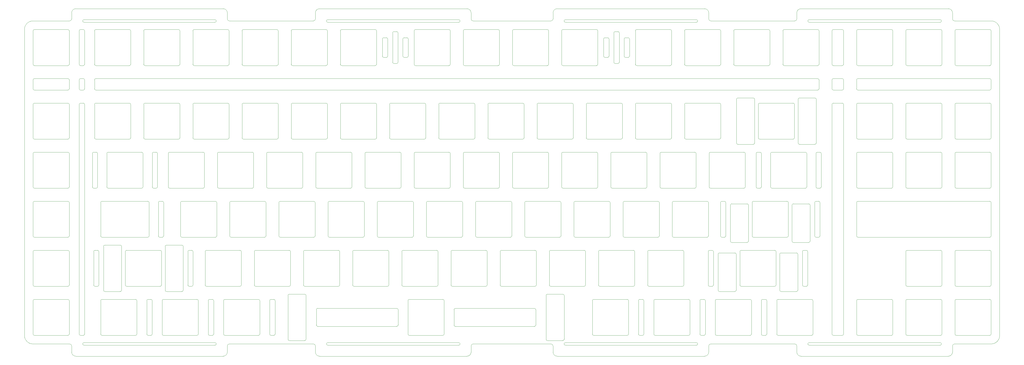
<source format=gm1>
%TF.GenerationSoftware,KiCad,Pcbnew,(5.1.10)-1*%
%TF.CreationDate,2022-01-16T21:07:38-05:00*%
%TF.ProjectId,custom_keyboard plate v2,63757374-6f6d-45f6-9b65-79626f617264,rev?*%
%TF.SameCoordinates,Original*%
%TF.FileFunction,Profile,NP*%
%FSLAX46Y46*%
G04 Gerber Fmt 4.6, Leading zero omitted, Abs format (unit mm)*
G04 Created by KiCad (PCBNEW (5.1.10)-1) date 2022-01-16 21:07:38*
%MOMM*%
%LPD*%
G01*
G04 APERTURE LIST*
%TA.AperFunction,Profile*%
%ADD10C,0.100000*%
%TD*%
G04 APERTURE END LIST*
D10*
X350250949Y-265252200D02*
G75*
G02*
X349750949Y-265752200I-500000J0D01*
G01*
X348750949Y-265752200D02*
G75*
G02*
X348250949Y-265252200I0J500000D01*
G01*
X349750949Y-251752200D02*
G75*
G02*
X350250949Y-252252200I0J-500000D01*
G01*
X348250949Y-252252200D02*
G75*
G02*
X348750949Y-251752200I500000J0D01*
G01*
X350250949Y-252252200D02*
X350250949Y-265252200D01*
X348250949Y-252252200D02*
X348250949Y-265252200D01*
X348750949Y-265752200D02*
X349750949Y-265752200D01*
X348750949Y-251752200D02*
X349750949Y-251752200D01*
X386750950Y-265252200D02*
G75*
G02*
X386250950Y-265752200I-500000J0D01*
G01*
X385250950Y-265752200D02*
G75*
G02*
X384750950Y-265252200I0J500000D01*
G01*
X386250950Y-251752200D02*
G75*
G02*
X386750950Y-252252200I0J-500000D01*
G01*
X384750950Y-252252200D02*
G75*
G02*
X385250950Y-251752200I500000J0D01*
G01*
X386750950Y-252252200D02*
X386750950Y-265252200D01*
X384750950Y-252252200D02*
X384750950Y-265252200D01*
X385250950Y-265752200D02*
X386250950Y-265752200D01*
X385250950Y-251752200D02*
X386250950Y-251752200D01*
X359062950Y-267252200D02*
G75*
G02*
X358562950Y-267752200I-500000J0D01*
G01*
X352562950Y-267752200D02*
G75*
G02*
X352062950Y-267252200I0J500000D01*
G01*
X358562950Y-252752200D02*
G75*
G02*
X359062950Y-253252200I0J-500000D01*
G01*
X352062950Y-253252200D02*
G75*
G02*
X352562950Y-252752200I500000J0D01*
G01*
X359062950Y-253252200D02*
X359062950Y-267252200D01*
X352062950Y-253252200D02*
X352062950Y-267252200D01*
X352562950Y-267752200D02*
X358562950Y-267752200D01*
X352562950Y-252752200D02*
X358562950Y-252752200D01*
X382938950Y-267252200D02*
G75*
G02*
X382438950Y-267752200I-500000J0D01*
G01*
X376438950Y-267752200D02*
G75*
G02*
X375938950Y-267252200I0J500000D01*
G01*
X382438950Y-252752200D02*
G75*
G02*
X382938950Y-253252200I0J-500000D01*
G01*
X375938950Y-253252200D02*
G75*
G02*
X376438950Y-252752200I500000J0D01*
G01*
X382938950Y-253252200D02*
X382938950Y-267252200D01*
X375938950Y-253252200D02*
X375938950Y-267252200D01*
X376438950Y-267752200D02*
X382438950Y-267752200D01*
X376438950Y-252752200D02*
X382438950Y-252752200D01*
X374500950Y-265252200D02*
G75*
G02*
X374000950Y-265752200I-500000J0D01*
G01*
X361000950Y-265752200D02*
G75*
G02*
X360500950Y-265252200I0J500000D01*
G01*
X374000950Y-251752200D02*
G75*
G02*
X374500950Y-252252200I0J-500000D01*
G01*
X360500950Y-252252200D02*
G75*
G02*
X361000950Y-251752200I500000J0D01*
G01*
X374500950Y-252252200D02*
X374500950Y-265252200D01*
X360500950Y-252252200D02*
X360500950Y-265252200D01*
X361000950Y-265752200D02*
X374000950Y-265752200D01*
X361000950Y-251752200D02*
X374000950Y-251752200D01*
X112125950Y-265252200D02*
G75*
G02*
X111625950Y-265752200I-500000J0D01*
G01*
X110625950Y-265752200D02*
G75*
G02*
X110125950Y-265252200I0J500000D01*
G01*
X111625950Y-251752200D02*
G75*
G02*
X112125950Y-252252200I0J-500000D01*
G01*
X110125950Y-252252200D02*
G75*
G02*
X110625950Y-251752200I500000J0D01*
G01*
X112125950Y-252252200D02*
X112125950Y-265252200D01*
X110125950Y-252252200D02*
X110125950Y-265252200D01*
X110625950Y-265752200D02*
X111625950Y-265752200D01*
X110625950Y-251752200D02*
X111625950Y-251752200D01*
X148625950Y-265252200D02*
G75*
G02*
X148125950Y-265752200I-500000J0D01*
G01*
X147125950Y-265752200D02*
G75*
G02*
X146625950Y-265252200I0J500000D01*
G01*
X148125950Y-251752200D02*
G75*
G02*
X148625950Y-252252200I0J-500000D01*
G01*
X146625950Y-252252200D02*
G75*
G02*
X147125950Y-251752200I500000J0D01*
G01*
X148625950Y-252252200D02*
X148625950Y-265252200D01*
X146625950Y-252252200D02*
X146625950Y-265252200D01*
X147125950Y-265752200D02*
X148125950Y-265752200D01*
X147125950Y-251752200D02*
X148125950Y-251752200D01*
X355013450Y-246202200D02*
G75*
G02*
X354513450Y-246702200I-500000J0D01*
G01*
X353513450Y-246702200D02*
G75*
G02*
X353013450Y-246202200I0J500000D01*
G01*
X354513450Y-232702200D02*
G75*
G02*
X355013450Y-233202200I0J-500000D01*
G01*
X353013450Y-233202200D02*
G75*
G02*
X353513450Y-232702200I500000J0D01*
G01*
X355013450Y-233202200D02*
X355013450Y-246202200D01*
X353013450Y-233202200D02*
X353013450Y-246202200D01*
X353513450Y-246702200D02*
X354513450Y-246702200D01*
X353513450Y-232702200D02*
X354513450Y-232702200D01*
X391513450Y-246202200D02*
G75*
G02*
X391013450Y-246702200I-500000J0D01*
G01*
X390013450Y-246702200D02*
G75*
G02*
X389513450Y-246202200I0J500000D01*
G01*
X391013450Y-232702200D02*
G75*
G02*
X391513450Y-233202200I0J-500000D01*
G01*
X389513450Y-233202200D02*
G75*
G02*
X390013450Y-232702200I500000J0D01*
G01*
X391513450Y-233202200D02*
X391513450Y-246202200D01*
X389513450Y-233202200D02*
X389513450Y-246202200D01*
X390013450Y-246702200D02*
X391013450Y-246702200D01*
X390013450Y-232702200D02*
X391013450Y-232702200D01*
X363825450Y-248202200D02*
G75*
G02*
X363325450Y-248702200I-500000J0D01*
G01*
X357325450Y-248702200D02*
G75*
G02*
X356825450Y-248202200I0J500000D01*
G01*
X363325450Y-233702200D02*
G75*
G02*
X363825450Y-234202200I0J-500000D01*
G01*
X356825450Y-234202200D02*
G75*
G02*
X357325450Y-233702200I500000J0D01*
G01*
X363825450Y-234202200D02*
X363825450Y-248202200D01*
X356825450Y-234202200D02*
X356825450Y-248202200D01*
X357325450Y-248702200D02*
X363325450Y-248702200D01*
X357325450Y-233702200D02*
X363325450Y-233702200D01*
X387701450Y-248202200D02*
G75*
G02*
X387201450Y-248702200I-500000J0D01*
G01*
X381201450Y-248702200D02*
G75*
G02*
X380701450Y-248202200I0J500000D01*
G01*
X387201450Y-233702200D02*
G75*
G02*
X387701450Y-234202200I0J-500000D01*
G01*
X380701450Y-234202200D02*
G75*
G02*
X381201450Y-233702200I500000J0D01*
G01*
X387701450Y-234202200D02*
X387701450Y-248202200D01*
X380701450Y-234202200D02*
X380701450Y-248202200D01*
X381201450Y-248702200D02*
X387201450Y-248702200D01*
X381201450Y-233702200D02*
X387201450Y-233702200D01*
X379263450Y-246202200D02*
G75*
G02*
X378763450Y-246702200I-500000J0D01*
G01*
X365763450Y-246702200D02*
G75*
G02*
X365263450Y-246202200I0J500000D01*
G01*
X378763450Y-232702200D02*
G75*
G02*
X379263450Y-233202200I0J-500000D01*
G01*
X365263450Y-233202200D02*
G75*
G02*
X365763450Y-232702200I500000J0D01*
G01*
X379263450Y-233202200D02*
X379263450Y-246202200D01*
X365263450Y-233202200D02*
X365263450Y-246202200D01*
X365763450Y-246702200D02*
X378763450Y-246702200D01*
X365763450Y-232702200D02*
X378763450Y-232702200D01*
X348434300Y-288906800D02*
X348434300Y-291287900D01*
X288113100Y-291287900D02*
G75*
G03*
X289700500Y-292875300I1587400J0D01*
G01*
X288113100Y-291287900D02*
X288113100Y-288906800D01*
X346846900Y-292875300D02*
X289700500Y-292875300D01*
X346846900Y-292875300D02*
G75*
G03*
X348434300Y-291287900I0J1587400D01*
G01*
X196043900Y-291287900D02*
G75*
G03*
X197631300Y-292875300I1587400J0D01*
G01*
X256365100Y-288906800D02*
X256365100Y-291287900D01*
X254777700Y-292875300D02*
X197631300Y-292875300D01*
X441297200Y-292875300D02*
G75*
G03*
X442884600Y-291287900I0J1587400D01*
G01*
X382563400Y-291287900D02*
X382563400Y-288906800D01*
X382563400Y-291287900D02*
G75*
G03*
X384150800Y-292875300I1587400J0D01*
G01*
X101593600Y-291287900D02*
G75*
G03*
X103181000Y-292875300I1587400J0D01*
G01*
X101593600Y-291287900D02*
X101593600Y-288906800D01*
X160327400Y-292875300D02*
G75*
G03*
X161914800Y-291287900I0J1587400D01*
G01*
X160327400Y-292875300D02*
X103181000Y-292875300D01*
X161914800Y-288906800D02*
X161914800Y-291287900D01*
X441297200Y-292875300D02*
X384150800Y-292875300D01*
X442884600Y-288906800D02*
X442884600Y-291287900D01*
X254777700Y-292875300D02*
G75*
G03*
X256365100Y-291287900I0J1587400D01*
G01*
X196043900Y-291287900D02*
X196043900Y-288906800D01*
X200806100Y-288613100D02*
G75*
G02*
X200306100Y-288113100I0J500000D01*
G01*
X343672100Y-288613100D02*
X292875300Y-288613100D01*
X157152600Y-288613100D02*
X106355800Y-288613100D01*
X157152600Y-287613100D02*
G75*
G02*
X157652600Y-288113100I0J-500000D01*
G01*
X344172100Y-288113100D02*
G75*
G02*
X343672100Y-288613100I-500000J0D01*
G01*
X386825600Y-288113100D02*
G75*
G02*
X387325600Y-287613100I500000J0D01*
G01*
X200306100Y-288113100D02*
G75*
G02*
X200806100Y-287613100I500000J0D01*
G01*
X387325600Y-288613100D02*
G75*
G02*
X386825600Y-288113100I0J500000D01*
G01*
X157652600Y-288113100D02*
G75*
G02*
X157152600Y-288613100I-500000J0D01*
G01*
X343672100Y-287613100D02*
G75*
G02*
X344172100Y-288113100I0J-500000D01*
G01*
X438122400Y-288613100D02*
X387325600Y-288613100D01*
X251602900Y-288613100D02*
X200806100Y-288613100D01*
X387325600Y-287613100D02*
X438122400Y-287613100D01*
X292875300Y-287613100D02*
X343672100Y-287613100D01*
X292875300Y-288613100D02*
G75*
G02*
X292375300Y-288113100I0J500000D01*
G01*
X292375300Y-288113100D02*
G75*
G02*
X292875300Y-287613100I500000J0D01*
G01*
X438622400Y-288113100D02*
G75*
G02*
X438122400Y-288613100I-500000J0D01*
G01*
X438122400Y-287613100D02*
G75*
G02*
X438622400Y-288113100I0J-500000D01*
G01*
X252102900Y-288113100D02*
G75*
G02*
X251602900Y-288613100I-500000J0D01*
G01*
X105855800Y-288113100D02*
G75*
G02*
X106355800Y-287613100I500000J0D01*
G01*
X106355800Y-287613100D02*
X157152600Y-287613100D01*
X106355800Y-288613100D02*
G75*
G02*
X105855800Y-288113100I0J500000D01*
G01*
X200806100Y-287613100D02*
X251602900Y-287613100D01*
X251602900Y-287613100D02*
G75*
G02*
X252102900Y-288113100I0J-500000D01*
G01*
X343672100Y-162208500D02*
G75*
G02*
X344172100Y-162708500I0J-500000D01*
G01*
X387325600Y-162208500D02*
X438122400Y-162208500D01*
X387325600Y-163208500D02*
G75*
G02*
X386825600Y-162708500I0J500000D01*
G01*
X344172100Y-162708500D02*
G75*
G02*
X343672100Y-163208500I-500000J0D01*
G01*
X386825600Y-162708500D02*
G75*
G02*
X387325600Y-162208500I500000J0D01*
G01*
X292875300Y-162208500D02*
X343672100Y-162208500D01*
X292375300Y-162708500D02*
G75*
G02*
X292875300Y-162208500I500000J0D01*
G01*
X438622400Y-162708500D02*
G75*
G02*
X438122400Y-163208500I-500000J0D01*
G01*
X438122400Y-163208500D02*
X387325600Y-163208500D01*
X438122400Y-162208500D02*
G75*
G02*
X438622400Y-162708500I0J-500000D01*
G01*
X343672100Y-163208500D02*
X292875300Y-163208500D01*
X292875300Y-163208500D02*
G75*
G02*
X292375300Y-162708500I0J500000D01*
G01*
X251602900Y-163208500D02*
X200806100Y-163208500D01*
X251602900Y-162208500D02*
G75*
G02*
X252102900Y-162708500I0J-500000D01*
G01*
X252102900Y-162708500D02*
G75*
G02*
X251602900Y-163208500I-500000J0D01*
G01*
X200306100Y-162708500D02*
G75*
G02*
X200806100Y-162208500I500000J0D01*
G01*
X200806100Y-162208500D02*
X251602900Y-162208500D01*
X200806100Y-163208500D02*
G75*
G02*
X200306100Y-162708500I0J500000D01*
G01*
X157152600Y-163208500D02*
X106355800Y-163208500D01*
X106355800Y-162208500D02*
X157152600Y-162208500D01*
X157652600Y-162708500D02*
G75*
G02*
X157152600Y-163208500I-500000J0D01*
G01*
X157152600Y-162208500D02*
G75*
G02*
X157652600Y-162708500I0J-500000D01*
G01*
X106355800Y-163208500D02*
G75*
G02*
X105855800Y-162708500I0J500000D01*
G01*
X105855800Y-162708500D02*
G75*
G02*
X106355800Y-162208500I500000J0D01*
G01*
X86513300Y-288113100D02*
X100799900Y-288113100D01*
X162708500Y-288113100D02*
X195250200Y-288113100D01*
X443678300Y-288113100D02*
X457964900Y-288113100D01*
X349228000Y-288113100D02*
X381769700Y-288113100D01*
X287319400Y-288113100D02*
X257158800Y-288113100D01*
X349228000Y-288113100D02*
G75*
G03*
X348434300Y-288906800I0J-793700D01*
G01*
X288113100Y-288906800D02*
G75*
G03*
X287319400Y-288113100I-793700J0D01*
G01*
X443678300Y-288113100D02*
G75*
G03*
X442884600Y-288906800I0J-793700D01*
G01*
X257158800Y-288113100D02*
G75*
G03*
X256365100Y-288906800I0J-793700D01*
G01*
X162708500Y-288113100D02*
G75*
G03*
X161914800Y-288906800I0J-793700D01*
G01*
X101593600Y-288906800D02*
G75*
G03*
X100799900Y-288113100I-793700J0D01*
G01*
X382563400Y-288906800D02*
G75*
G03*
X381769700Y-288113100I-793700J0D01*
G01*
X196043900Y-288906800D02*
G75*
G03*
X195250200Y-288113100I-793700J0D01*
G01*
X86513300Y-162708500D02*
X100799900Y-162708500D01*
X162708500Y-162708500D02*
X195250200Y-162708500D01*
X443678300Y-162708500D02*
X457964900Y-162708500D01*
X349228000Y-162708500D02*
X381769700Y-162708500D01*
X291913450Y-286802200D02*
X285913450Y-286802200D01*
X285913450Y-286802200D02*
G75*
G02*
X285413450Y-286302200I0J500000D01*
G01*
X292413450Y-286302200D02*
G75*
G02*
X291913450Y-286802200I-500000J0D01*
G01*
X185913450Y-286802200D02*
G75*
G02*
X185413450Y-286302200I0J500000D01*
G01*
X192413450Y-286302200D02*
G75*
G02*
X191913450Y-286802200I-500000J0D01*
G01*
X191913450Y-286802200D02*
X185913450Y-286802200D01*
X287319400Y-162708500D02*
X257158800Y-162708500D01*
X288113100Y-159533700D02*
G75*
G02*
X289700500Y-157946300I1587400J0D01*
G01*
X288113100Y-159533700D02*
X288113100Y-161914800D01*
X349228000Y-162708500D02*
G75*
G02*
X348434300Y-161914800I0J793700D01*
G01*
X348434300Y-161914800D02*
X348434300Y-159533700D01*
X346846900Y-157946300D02*
X289700500Y-157946300D01*
X346846900Y-157946300D02*
G75*
G02*
X348434300Y-159533700I0J-1587400D01*
G01*
X288113100Y-161914800D02*
G75*
G02*
X287319400Y-162708500I-793700J0D01*
G01*
X83338500Y-284938300D02*
X83338500Y-165883300D01*
X461139700Y-284938300D02*
X461139700Y-165883300D01*
X114453400Y-249743800D02*
G75*
G03*
X113953400Y-250243800I0J-500000D01*
G01*
X114453400Y-249743800D02*
X120453400Y-249743800D01*
X120953400Y-250243800D02*
G75*
G03*
X120453400Y-249743800I-500000J0D01*
G01*
X144829400Y-250243800D02*
X144829400Y-267248600D01*
X137829400Y-250243800D02*
X137829400Y-267248600D01*
X144829400Y-267248600D02*
G75*
G02*
X144329400Y-267748600I-500000J0D01*
G01*
X138329400Y-249743800D02*
G75*
G03*
X137829400Y-250243800I0J-500000D01*
G01*
X113953400Y-267248600D02*
X113953400Y-250243800D01*
X138329400Y-267748600D02*
G75*
G02*
X137829400Y-267248600I0J500000D01*
G01*
X114453400Y-267748600D02*
G75*
G02*
X113953400Y-267248600I0J500000D01*
G01*
X120953400Y-267248600D02*
G75*
G02*
X120453400Y-267748600I-500000J0D01*
G01*
X120953400Y-267248600D02*
X120953400Y-250243800D01*
X144829400Y-250243800D02*
G75*
G03*
X144329400Y-249743800I-500000J0D01*
G01*
X138329400Y-267748600D02*
X144329400Y-267748600D01*
X114453400Y-267748600D02*
X120453400Y-267748600D01*
X138329400Y-249743800D02*
X144329400Y-249743800D01*
X130018500Y-180027199D02*
G75*
G02*
X129518500Y-179527199I0J500000D01*
G01*
X143518500Y-179527199D02*
G75*
G02*
X143018500Y-180027199I-500000J0D01*
G01*
X130018500Y-180027199D02*
X143018500Y-180027199D01*
X130018500Y-166027200D02*
X143018500Y-166027200D01*
X129518500Y-166527200D02*
G75*
G02*
X130018500Y-166027200I500000J0D01*
G01*
X143518500Y-166527200D02*
X143518500Y-179527199D01*
X129518500Y-166527200D02*
X129518500Y-179527199D01*
X143018500Y-166027200D02*
G75*
G02*
X143518500Y-166527200I0J-500000D01*
G01*
X312172950Y-179232300D02*
G75*
G02*
X311672950Y-178732300I0J500000D01*
G01*
X311672950Y-178732300D02*
X311672950Y-167319701D01*
X309798950Y-176351200D02*
G75*
G02*
X309298950Y-176851200I-500000J0D01*
G01*
X311672950Y-167319701D02*
G75*
G02*
X312172950Y-166819701I500000J0D01*
G01*
X309798950Y-176351200D02*
X309798950Y-169700801D01*
X317735950Y-176351200D02*
G75*
G02*
X317235950Y-176851200I-500000J0D01*
G01*
X309298950Y-169200801D02*
G75*
G02*
X309798950Y-169700801I0J-500000D01*
G01*
X308204450Y-176851200D02*
X309298950Y-176851200D01*
X307704450Y-176351200D02*
X307704450Y-169700801D01*
X316141450Y-169200801D02*
X317235950Y-169200801D01*
X316141450Y-176851200D02*
X317235950Y-176851200D01*
X315641450Y-176351200D02*
X315641450Y-169700801D01*
X315641450Y-169700801D02*
G75*
G02*
X316141450Y-169200801I500000J0D01*
G01*
X312172950Y-166819701D02*
X313267450Y-166819701D01*
X316141450Y-176851200D02*
G75*
G02*
X315641450Y-176351200I0J500000D01*
G01*
X313767450Y-178732300D02*
G75*
G02*
X313267450Y-179232300I-500000J0D01*
G01*
X308204450Y-176851200D02*
G75*
G02*
X307704450Y-176351200I0J500000D01*
G01*
X312172950Y-179232300D02*
X313267450Y-179232300D01*
X307704450Y-169700801D02*
G75*
G02*
X308204450Y-169200801I500000J0D01*
G01*
X308204450Y-169200801D02*
X309298950Y-169200801D01*
X313267450Y-166819701D02*
G75*
G02*
X313767450Y-167319701I0J-500000D01*
G01*
X313767450Y-178732300D02*
X313767450Y-167319701D01*
X317235950Y-169200801D02*
G75*
G02*
X317735950Y-169700801I0J-500000D01*
G01*
X317735950Y-176351200D02*
X317735950Y-169700801D01*
X228047850Y-178732300D02*
G75*
G02*
X227547850Y-179232300I-500000J0D01*
G01*
X222484850Y-176851200D02*
X223579350Y-176851200D01*
X226453350Y-166819701D02*
X227547850Y-166819701D01*
X226453350Y-179232300D02*
G75*
G02*
X225953350Y-178732300I0J500000D01*
G01*
X221984850Y-176351200D02*
X221984850Y-169700801D01*
X221984850Y-169700801D02*
G75*
G02*
X222484850Y-169200801I500000J0D01*
G01*
X227547850Y-166819701D02*
G75*
G02*
X228047850Y-167319701I0J-500000D01*
G01*
X225953350Y-178732300D02*
X225953350Y-167319701D01*
X228047850Y-178732300D02*
X228047850Y-167319701D01*
X225953350Y-167319701D02*
G75*
G02*
X226453350Y-166819701I500000J0D01*
G01*
X224079350Y-176351200D02*
G75*
G02*
X223579350Y-176851200I-500000J0D01*
G01*
X222484850Y-169200801D02*
X223579350Y-169200801D01*
X222484850Y-176851200D02*
G75*
G02*
X221984850Y-176351200I0J500000D01*
G01*
X223579350Y-169200801D02*
G75*
G02*
X224079350Y-169700801I0J-500000D01*
G01*
X224079350Y-176351200D02*
X224079350Y-169700801D01*
X226453350Y-179232300D02*
X227547850Y-179232300D01*
X230421850Y-176851200D02*
X231516350Y-176851200D01*
X229921850Y-176351200D02*
X229921850Y-169700801D01*
X230421850Y-169200801D02*
X231516350Y-169200801D01*
X230421850Y-176851200D02*
G75*
G02*
X229921850Y-176351200I0J500000D01*
G01*
X231516350Y-169200801D02*
G75*
G02*
X232016350Y-169700801I0J-500000D01*
G01*
X232016350Y-176351200D02*
G75*
G02*
X231516350Y-176851200I-500000J0D01*
G01*
X229921850Y-169700801D02*
G75*
G02*
X230421850Y-169200801I500000J0D01*
G01*
X232016350Y-176351200D02*
X232016350Y-169700801D01*
X321697350Y-284794400D02*
X322791850Y-284794400D01*
X323291850Y-284294400D02*
G75*
G02*
X322791850Y-284794400I-500000J0D01*
G01*
X321697350Y-284794400D02*
G75*
G02*
X321197350Y-284294400I0J500000D01*
G01*
X321697350Y-270794401D02*
X322791850Y-270794401D01*
X322791850Y-270794401D02*
G75*
G02*
X323291850Y-271294401I0J-500000D01*
G01*
X323291850Y-284294400D02*
X323291850Y-271294401D01*
X321197350Y-284294400D02*
X321197350Y-271294401D01*
X321197350Y-271294401D02*
G75*
G02*
X321697350Y-270794401I500000J0D01*
G01*
X347102850Y-284294400D02*
X347102850Y-271294401D01*
X346602850Y-270794401D02*
G75*
G02*
X347102850Y-271294401I0J-500000D01*
G01*
X345508350Y-284794400D02*
X346602850Y-284794400D01*
X347102850Y-284294400D02*
G75*
G02*
X346602850Y-284794400I-500000J0D01*
G01*
X345008350Y-271294401D02*
G75*
G02*
X345508350Y-270794401I500000J0D01*
G01*
X345508350Y-284794400D02*
G75*
G02*
X345008350Y-284294400I0J500000D01*
G01*
X345008350Y-284294400D02*
X345008350Y-271294401D01*
X345508350Y-270794401D02*
X346602850Y-270794401D01*
X369319350Y-270794401D02*
X370413850Y-270794401D01*
X369319350Y-284794400D02*
G75*
G02*
X368819350Y-284294400I0J500000D01*
G01*
X368819350Y-284294400D02*
X368819350Y-271294401D01*
X370413850Y-270794401D02*
G75*
G02*
X370913850Y-271294401I0J-500000D01*
G01*
X369319350Y-284794400D02*
X370413850Y-284794400D01*
X370913850Y-284294400D02*
X370913850Y-271294401D01*
X368819350Y-271294401D02*
G75*
G02*
X369319350Y-270794401I500000J0D01*
G01*
X370913850Y-284294400D02*
G75*
G02*
X370413850Y-284794400I-500000J0D01*
G01*
X180425850Y-284294400D02*
G75*
G02*
X179925850Y-284794400I-500000J0D01*
G01*
X178331350Y-284294400D02*
X178331350Y-271294401D01*
X178831350Y-270794401D02*
X179925850Y-270794401D01*
X178831350Y-284794400D02*
X179925850Y-284794400D01*
X180425850Y-284294400D02*
X180425850Y-271294401D01*
X178831350Y-284794400D02*
G75*
G02*
X178331350Y-284294400I0J500000D01*
G01*
X179925850Y-270794401D02*
G75*
G02*
X180425850Y-271294401I0J-500000D01*
G01*
X178331350Y-271294401D02*
G75*
G02*
X178831350Y-270794401I500000J0D01*
G01*
X156614850Y-284294400D02*
G75*
G02*
X156114850Y-284794400I-500000J0D01*
G01*
X155020350Y-270794401D02*
X156114850Y-270794401D01*
X156614850Y-284294400D02*
X156614850Y-271294401D01*
X155020350Y-284794400D02*
X156114850Y-284794400D01*
X155020350Y-284794400D02*
G75*
G02*
X154520350Y-284294400I0J500000D01*
G01*
X156114850Y-270794401D02*
G75*
G02*
X156614850Y-271294401I0J-500000D01*
G01*
X154520350Y-271294401D02*
G75*
G02*
X155020350Y-270794401I500000J0D01*
G01*
X154520350Y-284294400D02*
X154520350Y-271294401D01*
X132303850Y-270794401D02*
G75*
G02*
X132803850Y-271294401I0J-500000D01*
G01*
X130709350Y-284294400D02*
X130709350Y-271294401D01*
X132803850Y-284294400D02*
G75*
G02*
X132303850Y-284794400I-500000J0D01*
G01*
X131209350Y-284794400D02*
X132303850Y-284794400D01*
X131209350Y-284794400D02*
G75*
G02*
X130709350Y-284294400I0J500000D01*
G01*
X131209350Y-270794401D02*
X132303850Y-270794401D01*
X132803850Y-284294400D02*
X132803850Y-271294401D01*
X130709350Y-271294401D02*
G75*
G02*
X131209350Y-270794401I500000J0D01*
G01*
X105017250Y-189550400D02*
X106111750Y-189550400D01*
X104517250Y-189050400D02*
X104517250Y-185574801D01*
X104517250Y-185574801D02*
G75*
G02*
X105017250Y-185074801I500000J0D01*
G01*
X106611750Y-189050400D02*
G75*
G02*
X106111750Y-189550400I-500000J0D01*
G01*
X105017250Y-185074801D02*
X106111750Y-185074801D01*
X105017250Y-189550400D02*
G75*
G02*
X104517250Y-189050400I0J500000D01*
G01*
X106111750Y-185074801D02*
G75*
G02*
X106611750Y-185574801I0J-500000D01*
G01*
X106611750Y-189050400D02*
X106611750Y-185574801D01*
X100659000Y-189050400D02*
G75*
G02*
X100159000Y-189550400I-500000J0D01*
G01*
X87159000Y-189550400D02*
G75*
G02*
X86659000Y-189050400I0J500000D01*
G01*
X100159000Y-185074801D02*
G75*
G02*
X100659000Y-185574801I0J-500000D01*
G01*
X86659000Y-185574801D02*
G75*
G02*
X87159000Y-185074801I500000J0D01*
G01*
X100659000Y-189050400D02*
X100659000Y-185574801D01*
X86659000Y-189050400D02*
X86659000Y-185574801D01*
X87159000Y-189550400D02*
X100159000Y-189550400D01*
X87159000Y-185074801D02*
X100159000Y-185074801D01*
X104517250Y-166526001D02*
G75*
G02*
X105017250Y-166026001I500000J0D01*
G01*
X106611750Y-179526000D02*
X106611750Y-166526001D01*
X106111750Y-166026001D02*
G75*
G02*
X106611750Y-166526001I0J-500000D01*
G01*
X104517250Y-179526000D02*
X104517250Y-166526001D01*
X106611750Y-179526000D02*
G75*
G02*
X106111750Y-180026000I-500000J0D01*
G01*
X105017250Y-180026000D02*
G75*
G02*
X104517250Y-179526000I0J500000D01*
G01*
X105017250Y-166026001D02*
X106111750Y-166026001D01*
X105017250Y-180026000D02*
X106111750Y-180026000D01*
X285913450Y-268787800D02*
G75*
G03*
X285413450Y-269287800I0J-500000D01*
G01*
X292413450Y-269287800D02*
G75*
G03*
X291913450Y-268787800I-500000J0D01*
G01*
X291913450Y-268787800D02*
X285913450Y-268787800D01*
X185913450Y-268787800D02*
G75*
G03*
X185413450Y-269287800I0J-500000D01*
G01*
X192413450Y-269287800D02*
G75*
G03*
X191913450Y-268787800I-500000J0D01*
G01*
X191913450Y-268787800D02*
X185913450Y-268787800D01*
X122891400Y-251748600D02*
X135891400Y-251748600D01*
X136391400Y-252248600D02*
X136391400Y-265248600D01*
X135891400Y-251748600D02*
G75*
G02*
X136391400Y-252248600I0J-500000D01*
G01*
X136391400Y-265248600D02*
G75*
G02*
X135891400Y-265748600I-500000J0D01*
G01*
X122891400Y-265748600D02*
G75*
G02*
X122391400Y-265248600I0J500000D01*
G01*
X122391400Y-252248600D02*
X122391400Y-265248600D01*
X122391400Y-252248600D02*
G75*
G02*
X122891400Y-251748600I500000J0D01*
G01*
X122891400Y-265748600D02*
X135891400Y-265748600D01*
X383582700Y-192597400D02*
X389582700Y-192597400D01*
X383582700Y-192597400D02*
G75*
G03*
X383082700Y-193097400I0J-500000D01*
G01*
X390082700Y-193097400D02*
G75*
G03*
X389582700Y-192597400I-500000J0D01*
G01*
X359706700Y-192597400D02*
X365706700Y-192597400D01*
X366206700Y-210102200D02*
X366206700Y-193097400D01*
X359206700Y-210102200D02*
X359206700Y-193097400D01*
X359706700Y-192597400D02*
G75*
G03*
X359206700Y-193097400I0J-500000D01*
G01*
X366206700Y-193097400D02*
G75*
G03*
X365706700Y-192597400I-500000J0D01*
G01*
X425294700Y-180029000D02*
X438294700Y-180029000D01*
X425294700Y-180029000D02*
G75*
G02*
X424794700Y-179529000I0J500000D01*
G01*
X424794700Y-166529000D02*
G75*
G02*
X425294700Y-166029000I500000J0D01*
G01*
X425294700Y-166029000D02*
X438294700Y-166029000D01*
X438794700Y-166529000D02*
X438794700Y-179529000D01*
X438794700Y-179529000D02*
G75*
G02*
X438294700Y-180029000I-500000J0D01*
G01*
X438294700Y-166029000D02*
G75*
G02*
X438794700Y-166529000I0J-500000D01*
G01*
X424794700Y-166529000D02*
X424794700Y-179529000D01*
X106611750Y-284294400D02*
X106611750Y-195099201D01*
X106111750Y-194599201D02*
G75*
G02*
X106611750Y-195099201I0J-500000D01*
G01*
X105017250Y-194599201D02*
X106111750Y-194599201D01*
X104517250Y-284294400D02*
X104517250Y-195099201D01*
X104517250Y-195099201D02*
G75*
G02*
X105017250Y-194599201I500000J0D01*
G01*
X105017250Y-284794400D02*
G75*
G02*
X104517250Y-284294400I0J500000D01*
G01*
X105017250Y-284794400D02*
X106111750Y-284794400D01*
X106611750Y-284294400D02*
G75*
G02*
X106111750Y-284794400I-500000J0D01*
G01*
X444344700Y-251753400D02*
X457344700Y-251753400D01*
X444344700Y-265753400D02*
G75*
G02*
X443844700Y-265253400I0J500000D01*
G01*
X443844700Y-252253400D02*
X443844700Y-265253400D01*
X457344700Y-251753400D02*
G75*
G02*
X457844700Y-252253400I0J-500000D01*
G01*
X457844700Y-265253400D02*
G75*
G02*
X457344700Y-265753400I-500000J0D01*
G01*
X457844700Y-252253400D02*
X457844700Y-265253400D01*
X444344700Y-265753400D02*
X457344700Y-265753400D01*
X443844700Y-252253400D02*
G75*
G02*
X444344700Y-251753400I500000J0D01*
G01*
X405744700Y-214151000D02*
G75*
G02*
X406244700Y-213651000I500000J0D01*
G01*
X444344700Y-227651000D02*
G75*
G02*
X443844700Y-227151000I0J500000D01*
G01*
X406244700Y-227651000D02*
G75*
G02*
X405744700Y-227151000I0J500000D01*
G01*
X419744700Y-227151000D02*
G75*
G02*
X419244700Y-227651000I-500000J0D01*
G01*
X444344700Y-227651000D02*
X457344700Y-227651000D01*
X425294700Y-227651000D02*
X438294700Y-227651000D01*
X425294700Y-227651000D02*
G75*
G02*
X424794700Y-227151000I0J500000D01*
G01*
X424794700Y-214151000D02*
G75*
G02*
X425294700Y-213651000I500000J0D01*
G01*
X425294700Y-213651000D02*
X438294700Y-213651000D01*
X443844700Y-214151000D02*
G75*
G02*
X444344700Y-213651000I500000J0D01*
G01*
X438794700Y-214151000D02*
X438794700Y-227151000D01*
X457344700Y-213651000D02*
G75*
G02*
X457844700Y-214151000I0J-500000D01*
G01*
X406244700Y-227651000D02*
X419244700Y-227651000D01*
X419744700Y-214151000D02*
X419744700Y-227151000D01*
X444344700Y-213651000D02*
X457344700Y-213651000D01*
X443844700Y-214151000D02*
X443844700Y-227151000D01*
X457844700Y-227151000D02*
G75*
G02*
X457344700Y-227651000I-500000J0D01*
G01*
X419244700Y-213651000D02*
G75*
G02*
X419744700Y-214151000I0J-500000D01*
G01*
X438794700Y-227151000D02*
G75*
G02*
X438294700Y-227651000I-500000J0D01*
G01*
X438294700Y-213651000D02*
G75*
G02*
X438794700Y-214151000I0J-500000D01*
G01*
X457844700Y-214151000D02*
X457844700Y-227151000D01*
X424794700Y-214151000D02*
X424794700Y-227151000D01*
X406244700Y-213651000D02*
X419244700Y-213651000D01*
X405744700Y-214151000D02*
X405744700Y-227151000D01*
X396702000Y-189550400D02*
X400177600Y-189550400D01*
X396702000Y-185074801D02*
X400177600Y-185074801D01*
X400677600Y-189050400D02*
X400677600Y-185574801D01*
X396202000Y-189050400D02*
X396202000Y-185574801D01*
X396702000Y-189550400D02*
G75*
G02*
X396202000Y-189050400I0J500000D01*
G01*
X400177600Y-185074801D02*
G75*
G02*
X400677600Y-185574801I0J-500000D01*
G01*
X396202000Y-185574801D02*
G75*
G02*
X396702000Y-185074801I500000J0D01*
G01*
X400677600Y-189050400D02*
G75*
G02*
X400177600Y-189550400I-500000J0D01*
G01*
X457821000Y-189048600D02*
X457821000Y-185573000D01*
X405723401Y-189048600D02*
X405723401Y-185573000D01*
X457321000Y-185073000D02*
X406223401Y-185073000D01*
X457321000Y-189548600D02*
X406223401Y-189548600D01*
X457821000Y-189048600D02*
G75*
G02*
X457321000Y-189548600I-500000J0D01*
G01*
X405723401Y-185573000D02*
G75*
G02*
X406223401Y-185073000I500000J0D01*
G01*
X406223401Y-189548600D02*
G75*
G02*
X405723401Y-189048600I0J500000D01*
G01*
X457321000Y-185073000D02*
G75*
G02*
X457821000Y-185573000I0J-500000D01*
G01*
X396702000Y-284794400D02*
X400177600Y-284794400D01*
X396702000Y-194599201D02*
X400177600Y-194599201D01*
X400677600Y-284294400D02*
X400677600Y-195099201D01*
X396202000Y-284294400D02*
X396202000Y-195099201D01*
X396702000Y-284794400D02*
G75*
G02*
X396202000Y-284294400I0J500000D01*
G01*
X400177600Y-194599201D02*
G75*
G02*
X400677600Y-195099201I0J-500000D01*
G01*
X396202000Y-195099201D02*
G75*
G02*
X396702000Y-194599201I500000J0D01*
G01*
X400677600Y-284294400D02*
G75*
G02*
X400177600Y-284794400I-500000J0D01*
G01*
X396202000Y-166526001D02*
G75*
G02*
X396702000Y-166026001I500000J0D01*
G01*
X396702000Y-166026001D02*
X400177600Y-166026001D01*
X400677600Y-179526000D02*
X400677600Y-166526001D01*
X396202000Y-179526000D02*
X396202000Y-166526001D01*
X400177600Y-166026001D02*
G75*
G02*
X400677600Y-166526001I0J-500000D01*
G01*
X396702000Y-180026000D02*
X400177600Y-180026000D01*
X396702000Y-180026000D02*
G75*
G02*
X396202000Y-179526000I0J500000D01*
G01*
X400677600Y-179526000D02*
G75*
G02*
X400177600Y-180026000I-500000J0D01*
G01*
X110468200Y-185577800D02*
X110468200Y-189053400D01*
X391151399Y-185577800D02*
X391151399Y-189053400D01*
X110468200Y-185577800D02*
G75*
G02*
X110968200Y-185077800I500000J0D01*
G01*
X110968200Y-185077800D02*
X390651399Y-185077800D01*
X110968200Y-189553400D02*
G75*
G02*
X110468200Y-189053400I0J500000D01*
G01*
X110968200Y-189553400D02*
X390651399Y-189553400D01*
X390651399Y-185077800D02*
G75*
G02*
X391151399Y-185577800I0J-500000D01*
G01*
X391151399Y-189053400D02*
G75*
G02*
X390651399Y-189553400I-500000J0D01*
G01*
X100657199Y-179527199D02*
G75*
G02*
X100157199Y-180027199I-500000J0D01*
G01*
X100657199Y-166527200D02*
X100657199Y-179527199D01*
X86657200Y-166527200D02*
X86657200Y-179527199D01*
X87157200Y-180027199D02*
X100157199Y-180027199D01*
X86657200Y-166527200D02*
G75*
G02*
X87157200Y-166027200I500000J0D01*
G01*
X87157200Y-166027200D02*
X100157199Y-166027200D01*
X87157200Y-180027199D02*
G75*
G02*
X86657200Y-179527199I0J500000D01*
G01*
X100157199Y-166027200D02*
G75*
G02*
X100657199Y-166527200I0J-500000D01*
G01*
X280906700Y-281307850D02*
X250239000Y-281307850D01*
X281406700Y-274807850D02*
X281406700Y-280807850D01*
X250239000Y-281307850D02*
G75*
G02*
X249739000Y-280807850I0J500000D01*
G01*
X281406700Y-280807850D02*
G75*
G02*
X280906700Y-281307850I-500000J0D01*
G01*
X249739000Y-274807850D02*
G75*
G02*
X250239000Y-274307850I500000J0D01*
G01*
X249739000Y-280807850D02*
X249739000Y-274807850D01*
X280906700Y-274307850D02*
G75*
G02*
X281406700Y-274807850I0J-500000D01*
G01*
X280906700Y-274307850D02*
X250239000Y-274307850D01*
X113350950Y-246704600D02*
X131113450Y-246702200D01*
X113350950Y-232704600D02*
X131113450Y-232702200D01*
X112850950Y-233204600D02*
G75*
G02*
X113350950Y-232704600I500000J0D01*
G01*
X112850950Y-233204600D02*
X112850950Y-246204600D01*
X113350950Y-246704600D02*
G75*
G02*
X112850950Y-246204600I0J500000D01*
G01*
X228068400Y-280782150D02*
G75*
G02*
X227568400Y-281282150I-500000J0D01*
G01*
X227568400Y-274282150D02*
G75*
G02*
X228068400Y-274782150I0J-500000D01*
G01*
X196400700Y-274782150D02*
G75*
G02*
X196900700Y-274282150I500000J0D01*
G01*
X196900700Y-281282150D02*
G75*
G02*
X196400700Y-280782150I0J500000D01*
G01*
X196900700Y-281282150D02*
X227568400Y-281282150D01*
X196400700Y-280782150D02*
X196400700Y-274782150D01*
X196900700Y-274282150D02*
X227568400Y-274282150D01*
X228068400Y-274782150D02*
X228068400Y-280782150D01*
X457844700Y-284302200D02*
G75*
G02*
X457344700Y-284802200I-500000J0D01*
G01*
X444344700Y-284802200D02*
G75*
G02*
X443844700Y-284302200I0J500000D01*
G01*
X457344700Y-270802200D02*
G75*
G02*
X457844700Y-271302200I0J-500000D01*
G01*
X443844700Y-271302200D02*
G75*
G02*
X444344700Y-270802200I500000J0D01*
G01*
X457844700Y-271302200D02*
X457844700Y-284302200D01*
X443844700Y-271302200D02*
X443844700Y-284302200D01*
X444344700Y-284802200D02*
X457344700Y-284802200D01*
X444344700Y-270802200D02*
X457344700Y-270802200D01*
X438794700Y-284302200D02*
G75*
G02*
X438294700Y-284802200I-500000J0D01*
G01*
X425294700Y-284802200D02*
G75*
G02*
X424794700Y-284302200I0J500000D01*
G01*
X438294700Y-270802200D02*
G75*
G02*
X438794700Y-271302200I0J-500000D01*
G01*
X424794700Y-271302200D02*
G75*
G02*
X425294700Y-270802200I500000J0D01*
G01*
X438794700Y-271302200D02*
X438794700Y-284302200D01*
X424794700Y-271302200D02*
X424794700Y-284302200D01*
X425294700Y-284802200D02*
X438294700Y-284802200D01*
X425294700Y-270802200D02*
X438294700Y-270802200D01*
X419744700Y-284302200D02*
G75*
G02*
X419244700Y-284802200I-500000J0D01*
G01*
X406244700Y-284802200D02*
G75*
G02*
X405744700Y-284302200I0J500000D01*
G01*
X419244700Y-270802200D02*
G75*
G02*
X419744700Y-271302200I0J-500000D01*
G01*
X405744700Y-271302200D02*
G75*
G02*
X406244700Y-270802200I500000J0D01*
G01*
X419744700Y-271302200D02*
X419744700Y-284302200D01*
X405744700Y-271302200D02*
X405744700Y-284302200D01*
X406244700Y-284802200D02*
X419244700Y-284802200D01*
X406244700Y-270802200D02*
X419244700Y-270802200D01*
X388788450Y-284302200D02*
G75*
G02*
X388288450Y-284802200I-500000J0D01*
G01*
X375288450Y-284802200D02*
G75*
G02*
X374788450Y-284302200I0J500000D01*
G01*
X388288450Y-270802200D02*
G75*
G02*
X388788450Y-271302200I0J-500000D01*
G01*
X374788450Y-271302200D02*
G75*
G02*
X375288450Y-270802200I500000J0D01*
G01*
X388788450Y-271302200D02*
X388788450Y-284302200D01*
X374788450Y-271302200D02*
X374788450Y-284302200D01*
X375288450Y-284802200D02*
X388288450Y-284802200D01*
X375288450Y-270802200D02*
X388288450Y-270802200D01*
X364975950Y-284302200D02*
G75*
G02*
X364475950Y-284802200I-500000J0D01*
G01*
X351475950Y-284802200D02*
G75*
G02*
X350975950Y-284302200I0J500000D01*
G01*
X364475950Y-270802200D02*
G75*
G02*
X364975950Y-271302200I0J-500000D01*
G01*
X350975950Y-271302200D02*
G75*
G02*
X351475950Y-270802200I500000J0D01*
G01*
X364975950Y-271302200D02*
X364975950Y-284302200D01*
X350975950Y-271302200D02*
X350975950Y-284302200D01*
X351475950Y-284802200D02*
X364475950Y-284802200D01*
X351475950Y-270802200D02*
X364475950Y-270802200D01*
X341163450Y-284302200D02*
G75*
G02*
X340663450Y-284802200I-500000J0D01*
G01*
X327663450Y-284802200D02*
G75*
G02*
X327163450Y-284302200I0J500000D01*
G01*
X340663450Y-270802200D02*
G75*
G02*
X341163450Y-271302200I0J-500000D01*
G01*
X327163450Y-271302200D02*
G75*
G02*
X327663450Y-270802200I500000J0D01*
G01*
X341163450Y-271302200D02*
X341163450Y-284302200D01*
X327163450Y-271302200D02*
X327163450Y-284302200D01*
X327663450Y-284802200D02*
X340663450Y-284802200D01*
X327663450Y-270802200D02*
X340663450Y-270802200D01*
X317350950Y-284302200D02*
G75*
G02*
X316850950Y-284802200I-500000J0D01*
G01*
X303850950Y-284802200D02*
G75*
G02*
X303350950Y-284302200I0J500000D01*
G01*
X316850950Y-270802200D02*
G75*
G02*
X317350950Y-271302200I0J-500000D01*
G01*
X303350950Y-271302200D02*
G75*
G02*
X303850950Y-270802200I500000J0D01*
G01*
X317350950Y-271302200D02*
X317350950Y-284302200D01*
X303350950Y-271302200D02*
X303350950Y-284302200D01*
X303850950Y-284802200D02*
X316850950Y-284802200D01*
X303850950Y-270802200D02*
X316850950Y-270802200D01*
X192413450Y-269287800D02*
X192413450Y-286302200D01*
X185413450Y-269287800D02*
X185413450Y-286302200D01*
X292413450Y-269287800D02*
X292413450Y-286302200D01*
X285413450Y-269287800D02*
X285413450Y-286302200D01*
X245913450Y-284302200D02*
G75*
G02*
X245413450Y-284802200I-500000J0D01*
G01*
X232413450Y-284802200D02*
G75*
G02*
X231913450Y-284302200I0J500000D01*
G01*
X245413450Y-270802200D02*
G75*
G02*
X245913450Y-271302200I0J-500000D01*
G01*
X231913450Y-271302200D02*
G75*
G02*
X232413450Y-270802200I500000J0D01*
G01*
X245913450Y-271302200D02*
X245913450Y-284302200D01*
X231913450Y-271302200D02*
X231913450Y-284302200D01*
X232413450Y-284802200D02*
X245413450Y-284802200D01*
X232413450Y-270802200D02*
X245413450Y-270802200D01*
X174475950Y-284302200D02*
G75*
G02*
X173975950Y-284802200I-500000J0D01*
G01*
X160975950Y-284802200D02*
G75*
G02*
X160475950Y-284302200I0J500000D01*
G01*
X173975950Y-270802200D02*
G75*
G02*
X174475950Y-271302200I0J-500000D01*
G01*
X160475950Y-271302200D02*
G75*
G02*
X160975950Y-270802200I500000J0D01*
G01*
X174475950Y-271302200D02*
X174475950Y-284302200D01*
X160475950Y-271302200D02*
X160475950Y-284302200D01*
X160975950Y-284802200D02*
X173975950Y-284802200D01*
X160975950Y-270802200D02*
X173975950Y-270802200D01*
X150663450Y-284302200D02*
G75*
G02*
X150163450Y-284802200I-500000J0D01*
G01*
X137163450Y-284802200D02*
G75*
G02*
X136663450Y-284302200I0J500000D01*
G01*
X150163450Y-270802200D02*
G75*
G02*
X150663450Y-271302200I0J-500000D01*
G01*
X136663450Y-271302200D02*
G75*
G02*
X137163450Y-270802200I500000J0D01*
G01*
X150663450Y-271302200D02*
X150663450Y-284302200D01*
X136663450Y-271302200D02*
X136663450Y-284302200D01*
X137163450Y-284802200D02*
X150163450Y-284802200D01*
X137163450Y-270802200D02*
X150163450Y-270802200D01*
X126850950Y-284302200D02*
G75*
G02*
X126350950Y-284802200I-500000J0D01*
G01*
X113350950Y-284802200D02*
G75*
G02*
X112850950Y-284302200I0J500000D01*
G01*
X126350950Y-270802200D02*
G75*
G02*
X126850950Y-271302200I0J-500000D01*
G01*
X112850950Y-271302200D02*
G75*
G02*
X113350950Y-270802200I500000J0D01*
G01*
X126850950Y-271302200D02*
X126850950Y-284302200D01*
X112850950Y-271302200D02*
X112850950Y-284302200D01*
X113350950Y-284802200D02*
X126350950Y-284802200D01*
X113350950Y-270802200D02*
X126350950Y-270802200D01*
X100657199Y-284302200D02*
G75*
G02*
X100157199Y-284802200I-500000J0D01*
G01*
X87157200Y-284802200D02*
G75*
G02*
X86657200Y-284302200I0J500000D01*
G01*
X100157199Y-270802200D02*
G75*
G02*
X100657199Y-271302200I0J-500000D01*
G01*
X86657200Y-271302200D02*
G75*
G02*
X87157200Y-270802200I500000J0D01*
G01*
X100657199Y-271302200D02*
X100657199Y-284302200D01*
X86657200Y-271302200D02*
X86657200Y-284302200D01*
X87157200Y-284802200D02*
X100157199Y-284802200D01*
X87157200Y-270802200D02*
X100157199Y-270802200D01*
X438794700Y-265252200D02*
G75*
G02*
X438294700Y-265752200I-500000J0D01*
G01*
X425294700Y-265752200D02*
G75*
G02*
X424794700Y-265252200I0J500000D01*
G01*
X438294700Y-251752200D02*
G75*
G02*
X438794700Y-252252200I0J-500000D01*
G01*
X424794700Y-252252200D02*
G75*
G02*
X425294700Y-251752200I500000J0D01*
G01*
X438794700Y-252252200D02*
X438794700Y-265252200D01*
X424794700Y-252252200D02*
X424794700Y-265252200D01*
X425294700Y-265752200D02*
X438294700Y-265752200D01*
X425294700Y-251752200D02*
X438294700Y-251752200D01*
X338782200Y-265252200D02*
G75*
G02*
X338282200Y-265752200I-500000J0D01*
G01*
X325282200Y-265752200D02*
G75*
G02*
X324782200Y-265252200I0J500000D01*
G01*
X338282200Y-251752200D02*
G75*
G02*
X338782200Y-252252200I0J-500000D01*
G01*
X324782200Y-252252200D02*
G75*
G02*
X325282200Y-251752200I500000J0D01*
G01*
X338782200Y-252252200D02*
X338782200Y-265252200D01*
X324782200Y-252252200D02*
X324782200Y-265252200D01*
X325282200Y-265752200D02*
X338282200Y-265752200D01*
X325282200Y-251752200D02*
X338282200Y-251752200D01*
X319732200Y-265252200D02*
G75*
G02*
X319232200Y-265752200I-500000J0D01*
G01*
X306232200Y-265752200D02*
G75*
G02*
X305732200Y-265252200I0J500000D01*
G01*
X319232200Y-251752200D02*
G75*
G02*
X319732200Y-252252200I0J-500000D01*
G01*
X305732200Y-252252200D02*
G75*
G02*
X306232200Y-251752200I500000J0D01*
G01*
X319732200Y-252252200D02*
X319732200Y-265252200D01*
X305732200Y-252252200D02*
X305732200Y-265252200D01*
X306232200Y-265752200D02*
X319232200Y-265752200D01*
X306232200Y-251752200D02*
X319232200Y-251752200D01*
X300682200Y-265252200D02*
G75*
G02*
X300182200Y-265752200I-500000J0D01*
G01*
X287182200Y-265752200D02*
G75*
G02*
X286682200Y-265252200I0J500000D01*
G01*
X300182200Y-251752200D02*
G75*
G02*
X300682200Y-252252200I0J-500000D01*
G01*
X286682200Y-252252200D02*
G75*
G02*
X287182200Y-251752200I500000J0D01*
G01*
X300682200Y-252252200D02*
X300682200Y-265252200D01*
X286682200Y-252252200D02*
X286682200Y-265252200D01*
X287182200Y-265752200D02*
X300182200Y-265752200D01*
X287182200Y-251752200D02*
X300182200Y-251752200D01*
X281632200Y-265252200D02*
G75*
G02*
X281132200Y-265752200I-500000J0D01*
G01*
X268132200Y-265752200D02*
G75*
G02*
X267632200Y-265252200I0J500000D01*
G01*
X281132200Y-251752200D02*
G75*
G02*
X281632200Y-252252200I0J-500000D01*
G01*
X267632200Y-252252200D02*
G75*
G02*
X268132200Y-251752200I500000J0D01*
G01*
X281632200Y-252252200D02*
X281632200Y-265252200D01*
X267632200Y-252252200D02*
X267632200Y-265252200D01*
X268132200Y-265752200D02*
X281132200Y-265752200D01*
X268132200Y-251752200D02*
X281132200Y-251752200D01*
X262582200Y-265252200D02*
G75*
G02*
X262082200Y-265752200I-500000J0D01*
G01*
X249082200Y-265752200D02*
G75*
G02*
X248582200Y-265252200I0J500000D01*
G01*
X262082200Y-251752200D02*
G75*
G02*
X262582200Y-252252200I0J-500000D01*
G01*
X248582200Y-252252200D02*
G75*
G02*
X249082200Y-251752200I500000J0D01*
G01*
X262582200Y-252252200D02*
X262582200Y-265252200D01*
X248582200Y-252252200D02*
X248582200Y-265252200D01*
X249082200Y-265752200D02*
X262082200Y-265752200D01*
X249082200Y-251752200D02*
X262082200Y-251752200D01*
X243532200Y-265252200D02*
G75*
G02*
X243032200Y-265752200I-500000J0D01*
G01*
X230032200Y-265752200D02*
G75*
G02*
X229532200Y-265252200I0J500000D01*
G01*
X243032200Y-251752200D02*
G75*
G02*
X243532200Y-252252200I0J-500000D01*
G01*
X229532200Y-252252200D02*
G75*
G02*
X230032200Y-251752200I500000J0D01*
G01*
X243532200Y-252252200D02*
X243532200Y-265252200D01*
X229532200Y-252252200D02*
X229532200Y-265252200D01*
X230032200Y-265752200D02*
X243032200Y-265752200D01*
X230032200Y-251752200D02*
X243032200Y-251752200D01*
X224482200Y-265252200D02*
G75*
G02*
X223982200Y-265752200I-500000J0D01*
G01*
X210982200Y-265752200D02*
G75*
G02*
X210482200Y-265252200I0J500000D01*
G01*
X223982200Y-251752200D02*
G75*
G02*
X224482200Y-252252200I0J-500000D01*
G01*
X210482200Y-252252200D02*
G75*
G02*
X210982200Y-251752200I500000J0D01*
G01*
X224482200Y-252252200D02*
X224482200Y-265252200D01*
X210482200Y-252252200D02*
X210482200Y-265252200D01*
X210982200Y-265752200D02*
X223982200Y-265752200D01*
X210982200Y-251752200D02*
X223982200Y-251752200D01*
X205432200Y-265252200D02*
G75*
G02*
X204932200Y-265752200I-500000J0D01*
G01*
X191932200Y-265752200D02*
G75*
G02*
X191432200Y-265252200I0J500000D01*
G01*
X204932200Y-251752200D02*
G75*
G02*
X205432200Y-252252200I0J-500000D01*
G01*
X191432200Y-252252200D02*
G75*
G02*
X191932200Y-251752200I500000J0D01*
G01*
X205432200Y-252252200D02*
X205432200Y-265252200D01*
X191432200Y-252252200D02*
X191432200Y-265252200D01*
X191932200Y-265752200D02*
X204932200Y-265752200D01*
X191932200Y-251752200D02*
X204932200Y-251752200D01*
X186382200Y-265252200D02*
G75*
G02*
X185882200Y-265752200I-500000J0D01*
G01*
X172882200Y-265752200D02*
G75*
G02*
X172382200Y-265252200I0J500000D01*
G01*
X185882200Y-251752200D02*
G75*
G02*
X186382200Y-252252200I0J-500000D01*
G01*
X172382200Y-252252200D02*
G75*
G02*
X172882200Y-251752200I500000J0D01*
G01*
X186382200Y-252252200D02*
X186382200Y-265252200D01*
X172382200Y-252252200D02*
X172382200Y-265252200D01*
X172882200Y-265752200D02*
X185882200Y-265752200D01*
X172882200Y-251752200D02*
X185882200Y-251752200D01*
X167332200Y-265252200D02*
G75*
G02*
X166832200Y-265752200I-500000J0D01*
G01*
X153832200Y-265752200D02*
G75*
G02*
X153332200Y-265252200I0J500000D01*
G01*
X166832200Y-251752200D02*
G75*
G02*
X167332200Y-252252200I0J-500000D01*
G01*
X153332200Y-252252200D02*
G75*
G02*
X153832200Y-251752200I500000J0D01*
G01*
X167332200Y-252252200D02*
X167332200Y-265252200D01*
X153332200Y-252252200D02*
X153332200Y-265252200D01*
X153832200Y-265752200D02*
X166832200Y-265752200D01*
X153832200Y-251752200D02*
X166832200Y-251752200D01*
X100657199Y-265252200D02*
G75*
G02*
X100157199Y-265752200I-500000J0D01*
G01*
X87157200Y-265752200D02*
G75*
G02*
X86657200Y-265252200I0J500000D01*
G01*
X100157199Y-251752200D02*
G75*
G02*
X100657199Y-252252200I0J-500000D01*
G01*
X86657200Y-252252200D02*
G75*
G02*
X87157200Y-251752200I500000J0D01*
G01*
X100657199Y-252252200D02*
X100657199Y-265252200D01*
X86657200Y-252252200D02*
X86657200Y-265252200D01*
X87157200Y-265752200D02*
X100157199Y-265752200D01*
X87157200Y-251752200D02*
X100157199Y-251752200D01*
X348307200Y-246202200D02*
G75*
G02*
X347807200Y-246702200I-500000J0D01*
G01*
X334807200Y-246702200D02*
G75*
G02*
X334307200Y-246202200I0J500000D01*
G01*
X347807200Y-232702200D02*
G75*
G02*
X348307200Y-233202200I0J-500000D01*
G01*
X334307200Y-233202200D02*
G75*
G02*
X334807200Y-232702200I500000J0D01*
G01*
X348307200Y-233202200D02*
X348307200Y-246202200D01*
X334307200Y-233202200D02*
X334307200Y-246202200D01*
X334807200Y-246702200D02*
X347807200Y-246702200D01*
X334807200Y-232702200D02*
X347807200Y-232702200D01*
X329257200Y-246202200D02*
G75*
G02*
X328757200Y-246702200I-500000J0D01*
G01*
X315757200Y-246702200D02*
G75*
G02*
X315257200Y-246202200I0J500000D01*
G01*
X328757200Y-232702200D02*
G75*
G02*
X329257200Y-233202200I0J-500000D01*
G01*
X315257200Y-233202200D02*
G75*
G02*
X315757200Y-232702200I500000J0D01*
G01*
X329257200Y-233202200D02*
X329257200Y-246202200D01*
X315257200Y-233202200D02*
X315257200Y-246202200D01*
X315757200Y-246702200D02*
X328757200Y-246702200D01*
X315757200Y-232702200D02*
X328757200Y-232702200D01*
X310207200Y-246202200D02*
G75*
G02*
X309707200Y-246702200I-500000J0D01*
G01*
X296707200Y-246702200D02*
G75*
G02*
X296207200Y-246202200I0J500000D01*
G01*
X309707200Y-232702200D02*
G75*
G02*
X310207200Y-233202200I0J-500000D01*
G01*
X296207200Y-233202200D02*
G75*
G02*
X296707200Y-232702200I500000J0D01*
G01*
X310207200Y-233202200D02*
X310207200Y-246202200D01*
X296207200Y-233202200D02*
X296207200Y-246202200D01*
X296707200Y-246702200D02*
X309707200Y-246702200D01*
X296707200Y-232702200D02*
X309707200Y-232702200D01*
X291157200Y-246202200D02*
G75*
G02*
X290657200Y-246702200I-500000J0D01*
G01*
X277657200Y-246702200D02*
G75*
G02*
X277157200Y-246202200I0J500000D01*
G01*
X290657200Y-232702200D02*
G75*
G02*
X291157200Y-233202200I0J-500000D01*
G01*
X277157200Y-233202200D02*
G75*
G02*
X277657200Y-232702200I500000J0D01*
G01*
X291157200Y-233202200D02*
X291157200Y-246202200D01*
X277157200Y-233202200D02*
X277157200Y-246202200D01*
X277657200Y-246702200D02*
X290657200Y-246702200D01*
X277657200Y-232702200D02*
X290657200Y-232702200D01*
X272107200Y-246202200D02*
G75*
G02*
X271607200Y-246702200I-500000J0D01*
G01*
X258607200Y-246702200D02*
G75*
G02*
X258107200Y-246202200I0J500000D01*
G01*
X271607200Y-232702200D02*
G75*
G02*
X272107200Y-233202200I0J-500000D01*
G01*
X258107200Y-233202200D02*
G75*
G02*
X258607200Y-232702200I500000J0D01*
G01*
X272107200Y-233202200D02*
X272107200Y-246202200D01*
X258107200Y-233202200D02*
X258107200Y-246202200D01*
X258607200Y-246702200D02*
X271607200Y-246702200D01*
X258607200Y-232702200D02*
X271607200Y-232702200D01*
X253057200Y-246202200D02*
G75*
G02*
X252557200Y-246702200I-500000J0D01*
G01*
X239557200Y-246702200D02*
G75*
G02*
X239057200Y-246202200I0J500000D01*
G01*
X252557200Y-232702200D02*
G75*
G02*
X253057200Y-233202200I0J-500000D01*
G01*
X239057200Y-233202200D02*
G75*
G02*
X239557200Y-232702200I500000J0D01*
G01*
X253057200Y-233202200D02*
X253057200Y-246202200D01*
X239057200Y-233202200D02*
X239057200Y-246202200D01*
X239557200Y-246702200D02*
X252557200Y-246702200D01*
X239557200Y-232702200D02*
X252557200Y-232702200D01*
X234007200Y-246202200D02*
G75*
G02*
X233507200Y-246702200I-500000J0D01*
G01*
X220507200Y-246702200D02*
G75*
G02*
X220007200Y-246202200I0J500000D01*
G01*
X233507200Y-232702200D02*
G75*
G02*
X234007200Y-233202200I0J-500000D01*
G01*
X220007200Y-233202200D02*
G75*
G02*
X220507200Y-232702200I500000J0D01*
G01*
X234007200Y-233202200D02*
X234007200Y-246202200D01*
X220007200Y-233202200D02*
X220007200Y-246202200D01*
X220507200Y-246702200D02*
X233507200Y-246702200D01*
X220507200Y-232702200D02*
X233507200Y-232702200D01*
X214957199Y-246202200D02*
G75*
G02*
X214457199Y-246702200I-500000J0D01*
G01*
X201457200Y-246702200D02*
G75*
G02*
X200957200Y-246202200I0J500000D01*
G01*
X214457199Y-232702200D02*
G75*
G02*
X214957199Y-233202200I0J-500000D01*
G01*
X200957200Y-233202200D02*
G75*
G02*
X201457200Y-232702200I500000J0D01*
G01*
X214957199Y-233202200D02*
X214957199Y-246202200D01*
X200957200Y-233202200D02*
X200957200Y-246202200D01*
X201457200Y-246702200D02*
X214457199Y-246702200D01*
X201457200Y-232702200D02*
X214457199Y-232702200D01*
X195907200Y-246202200D02*
G75*
G02*
X195407200Y-246702200I-500000J0D01*
G01*
X182407200Y-246702200D02*
G75*
G02*
X181907200Y-246202200I0J500000D01*
G01*
X195407200Y-232702200D02*
G75*
G02*
X195907200Y-233202200I0J-500000D01*
G01*
X181907200Y-233202200D02*
G75*
G02*
X182407200Y-232702200I500000J0D01*
G01*
X195907200Y-233202200D02*
X195907200Y-246202200D01*
X181907200Y-233202200D02*
X181907200Y-246202200D01*
X182407200Y-246702200D02*
X195407200Y-246702200D01*
X182407200Y-232702200D02*
X195407200Y-232702200D01*
X176857200Y-246202200D02*
G75*
G02*
X176357200Y-246702200I-500000J0D01*
G01*
X163357200Y-246702200D02*
G75*
G02*
X162857200Y-246202200I0J500000D01*
G01*
X176357200Y-232702200D02*
G75*
G02*
X176857200Y-233202200I0J-500000D01*
G01*
X162857200Y-233202200D02*
G75*
G02*
X163357200Y-232702200I500000J0D01*
G01*
X176857200Y-233202200D02*
X176857200Y-246202200D01*
X162857200Y-233202200D02*
X162857200Y-246202200D01*
X163357200Y-246702200D02*
X176357200Y-246702200D01*
X163357200Y-232702200D02*
X176357200Y-232702200D01*
X157807200Y-246202200D02*
G75*
G02*
X157307200Y-246702200I-500000J0D01*
G01*
X144307200Y-246702200D02*
G75*
G02*
X143807200Y-246202200I0J500000D01*
G01*
X157307200Y-232702200D02*
G75*
G02*
X157807200Y-233202200I0J-500000D01*
G01*
X143807200Y-233202200D02*
G75*
G02*
X144307200Y-232702200I500000J0D01*
G01*
X157807200Y-233202200D02*
X157807200Y-246202200D01*
X143807200Y-233202200D02*
X143807200Y-246202200D01*
X144307200Y-246702200D02*
X157307200Y-246702200D01*
X144307200Y-232702200D02*
X157307200Y-232702200D01*
X137213450Y-246202200D02*
G75*
G02*
X136713450Y-246702200I-500000J0D01*
G01*
X135713450Y-246702200D02*
G75*
G02*
X135213450Y-246202200I0J500000D01*
G01*
X136713450Y-232702200D02*
G75*
G02*
X137213450Y-233202200I0J-500000D01*
G01*
X135213450Y-233202200D02*
G75*
G02*
X135713450Y-232702200I500000J0D01*
G01*
X137213450Y-233202200D02*
X137213450Y-246202200D01*
X135213450Y-233202200D02*
X135213450Y-246202200D01*
X135713450Y-246702200D02*
X136713450Y-246702200D01*
X135713450Y-232702200D02*
X136713450Y-232702200D01*
X131613450Y-246202200D02*
G75*
G02*
X131113450Y-246702200I-500000J0D01*
G01*
X131113450Y-232702200D02*
G75*
G02*
X131613450Y-233202200I0J-500000D01*
G01*
X131613450Y-233202200D02*
X131613450Y-246202200D01*
X100657199Y-246202200D02*
G75*
G02*
X100157199Y-246702200I-500000J0D01*
G01*
X87157200Y-246702200D02*
G75*
G02*
X86657200Y-246202200I0J500000D01*
G01*
X100157199Y-232702200D02*
G75*
G02*
X100657199Y-233202200I0J-500000D01*
G01*
X86657200Y-233202200D02*
G75*
G02*
X87157200Y-232702200I500000J0D01*
G01*
X100657199Y-233202200D02*
X100657199Y-246202200D01*
X86657200Y-233202200D02*
X86657200Y-246202200D01*
X87157200Y-246702200D02*
X100157199Y-246702200D01*
X87157200Y-232702200D02*
X100157199Y-232702200D01*
X457844700Y-246201000D02*
G75*
G02*
X457344700Y-246701000I-500000J0D01*
G01*
X457344700Y-232701000D02*
G75*
G02*
X457844700Y-233201000I0J-500000D01*
G01*
X457844700Y-233201000D02*
X457844700Y-246201000D01*
X406244700Y-246701000D02*
X457344700Y-246701000D01*
X406244700Y-232701000D02*
X457344700Y-232701000D01*
X406244700Y-246701000D02*
G75*
G02*
X405744700Y-246201000I0J500000D01*
G01*
X405744700Y-233201000D02*
G75*
G02*
X406244700Y-232701000I500000J0D01*
G01*
X405744700Y-233201000D02*
X405744700Y-246201000D01*
X368807200Y-227152200D02*
G75*
G02*
X368307200Y-227652200I-500000J0D01*
G01*
X367307200Y-227652200D02*
G75*
G02*
X366807200Y-227152200I0J500000D01*
G01*
X368307200Y-213652200D02*
G75*
G02*
X368807200Y-214152200I0J-500000D01*
G01*
X366807200Y-214152200D02*
G75*
G02*
X367307200Y-213652200I500000J0D01*
G01*
X368807200Y-214152200D02*
X368807200Y-227152200D01*
X366807200Y-214152200D02*
X366807200Y-227152200D01*
X367307200Y-227652200D02*
X368307200Y-227652200D01*
X367307200Y-213652200D02*
X368307200Y-213652200D01*
X392007200Y-227152200D02*
G75*
G02*
X391507200Y-227652200I-500000J0D01*
G01*
X390507200Y-227652200D02*
G75*
G02*
X390007200Y-227152200I0J500000D01*
G01*
X391507200Y-213652200D02*
G75*
G02*
X392007200Y-214152200I0J-500000D01*
G01*
X390007200Y-214152200D02*
G75*
G02*
X390507200Y-213652200I500000J0D01*
G01*
X392007200Y-214152200D02*
X392007200Y-227152200D01*
X390007200Y-214152200D02*
X390007200Y-227152200D01*
X390507200Y-227652200D02*
X391507200Y-227652200D01*
X390507200Y-213652200D02*
X391507200Y-213652200D01*
X386407200Y-227152200D02*
G75*
G02*
X385907200Y-227652200I-500000J0D01*
G01*
X372907200Y-227652200D02*
G75*
G02*
X372407200Y-227152200I0J500000D01*
G01*
X385907200Y-213652200D02*
G75*
G02*
X386407200Y-214152200I0J-500000D01*
G01*
X372407200Y-214152200D02*
G75*
G02*
X372907200Y-213652200I500000J0D01*
G01*
X386407200Y-214152200D02*
X386407200Y-227152200D01*
X372407200Y-214152200D02*
X372407200Y-227152200D01*
X372907200Y-227652200D02*
X385907200Y-227652200D01*
X372907200Y-213652200D02*
X385907200Y-213652200D01*
X362594700Y-227152200D02*
G75*
G02*
X362094700Y-227652200I-500000J0D01*
G01*
X349094699Y-227652200D02*
G75*
G02*
X348594699Y-227152200I0J500000D01*
G01*
X362094700Y-213652200D02*
G75*
G02*
X362594700Y-214152200I0J-500000D01*
G01*
X348594699Y-214152200D02*
G75*
G02*
X349094699Y-213652200I500000J0D01*
G01*
X362594700Y-214152200D02*
X362594700Y-227152200D01*
X348594699Y-214152200D02*
X348594699Y-227152200D01*
X349094699Y-227652200D02*
X362094700Y-227652200D01*
X349094699Y-213652200D02*
X362094700Y-213652200D01*
X343544700Y-227152200D02*
G75*
G02*
X343044700Y-227652200I-500000J0D01*
G01*
X330044700Y-227652200D02*
G75*
G02*
X329544700Y-227152200I0J500000D01*
G01*
X343044700Y-213652200D02*
G75*
G02*
X343544700Y-214152200I0J-500000D01*
G01*
X329544700Y-214152200D02*
G75*
G02*
X330044700Y-213652200I500000J0D01*
G01*
X343544700Y-214152200D02*
X343544700Y-227152200D01*
X329544700Y-214152200D02*
X329544700Y-227152200D01*
X330044700Y-227652200D02*
X343044700Y-227652200D01*
X330044700Y-213652200D02*
X343044700Y-213652200D01*
X324494700Y-227152200D02*
G75*
G02*
X323994700Y-227652200I-500000J0D01*
G01*
X310994700Y-227652200D02*
G75*
G02*
X310494700Y-227152200I0J500000D01*
G01*
X323994700Y-213652200D02*
G75*
G02*
X324494700Y-214152200I0J-500000D01*
G01*
X310494700Y-214152200D02*
G75*
G02*
X310994700Y-213652200I500000J0D01*
G01*
X324494700Y-214152200D02*
X324494700Y-227152200D01*
X310494700Y-214152200D02*
X310494700Y-227152200D01*
X310994700Y-227652200D02*
X323994700Y-227652200D01*
X310994700Y-213652200D02*
X323994700Y-213652200D01*
X305444700Y-227152200D02*
G75*
G02*
X304944700Y-227652200I-500000J0D01*
G01*
X291944700Y-227652200D02*
G75*
G02*
X291444700Y-227152200I0J500000D01*
G01*
X304944700Y-213652200D02*
G75*
G02*
X305444700Y-214152200I0J-500000D01*
G01*
X291444700Y-214152200D02*
G75*
G02*
X291944700Y-213652200I500000J0D01*
G01*
X305444700Y-214152200D02*
X305444700Y-227152200D01*
X291444700Y-214152200D02*
X291444700Y-227152200D01*
X291944700Y-227652200D02*
X304944700Y-227652200D01*
X291944700Y-213652200D02*
X304944700Y-213652200D01*
X286394700Y-227152200D02*
G75*
G02*
X285894700Y-227652200I-500000J0D01*
G01*
X272894700Y-227652200D02*
G75*
G02*
X272394700Y-227152200I0J500000D01*
G01*
X285894700Y-213652200D02*
G75*
G02*
X286394700Y-214152200I0J-500000D01*
G01*
X272394700Y-214152200D02*
G75*
G02*
X272894700Y-213652200I500000J0D01*
G01*
X286394700Y-214152200D02*
X286394700Y-227152200D01*
X272394700Y-214152200D02*
X272394700Y-227152200D01*
X272894700Y-227652200D02*
X285894700Y-227652200D01*
X272894700Y-213652200D02*
X285894700Y-213652200D01*
X267344700Y-227152200D02*
G75*
G02*
X266844700Y-227652200I-500000J0D01*
G01*
X253844700Y-227652200D02*
G75*
G02*
X253344700Y-227152200I0J500000D01*
G01*
X266844700Y-213652200D02*
G75*
G02*
X267344700Y-214152200I0J-500000D01*
G01*
X253344700Y-214152200D02*
G75*
G02*
X253844700Y-213652200I500000J0D01*
G01*
X267344700Y-214152200D02*
X267344700Y-227152200D01*
X253344700Y-214152200D02*
X253344700Y-227152200D01*
X253844700Y-227652200D02*
X266844700Y-227652200D01*
X253844700Y-213652200D02*
X266844700Y-213652200D01*
X248294700Y-227152200D02*
G75*
G02*
X247794700Y-227652200I-500000J0D01*
G01*
X234794700Y-227652200D02*
G75*
G02*
X234294700Y-227152200I0J500000D01*
G01*
X247794700Y-213652200D02*
G75*
G02*
X248294700Y-214152200I0J-500000D01*
G01*
X234294700Y-214152200D02*
G75*
G02*
X234794700Y-213652200I500000J0D01*
G01*
X248294700Y-214152200D02*
X248294700Y-227152200D01*
X234294700Y-214152200D02*
X234294700Y-227152200D01*
X234794700Y-227652200D02*
X247794700Y-227652200D01*
X234794700Y-213652200D02*
X247794700Y-213652200D01*
X229244700Y-227152200D02*
G75*
G02*
X228744700Y-227652200I-500000J0D01*
G01*
X215744700Y-227652200D02*
G75*
G02*
X215244700Y-227152200I0J500000D01*
G01*
X228744700Y-213652200D02*
G75*
G02*
X229244700Y-214152200I0J-500000D01*
G01*
X215244700Y-214152200D02*
G75*
G02*
X215744700Y-213652200I500000J0D01*
G01*
X229244700Y-214152200D02*
X229244700Y-227152200D01*
X215244700Y-214152200D02*
X215244700Y-227152200D01*
X215744700Y-227652200D02*
X228744700Y-227652200D01*
X215744700Y-213652200D02*
X228744700Y-213652200D01*
X210194700Y-227152200D02*
G75*
G02*
X209694700Y-227652200I-500000J0D01*
G01*
X196694700Y-227652200D02*
G75*
G02*
X196194700Y-227152200I0J500000D01*
G01*
X209694700Y-213652200D02*
G75*
G02*
X210194700Y-214152200I0J-500000D01*
G01*
X196194700Y-214152200D02*
G75*
G02*
X196694700Y-213652200I500000J0D01*
G01*
X210194700Y-214152200D02*
X210194700Y-227152200D01*
X196194700Y-214152200D02*
X196194700Y-227152200D01*
X196694700Y-227652200D02*
X209694700Y-227652200D01*
X196694700Y-213652200D02*
X209694700Y-213652200D01*
X191144700Y-227152200D02*
G75*
G02*
X190644700Y-227652200I-500000J0D01*
G01*
X177644700Y-227652200D02*
G75*
G02*
X177144700Y-227152200I0J500000D01*
G01*
X190644700Y-213652200D02*
G75*
G02*
X191144700Y-214152200I0J-500000D01*
G01*
X177144700Y-214152200D02*
G75*
G02*
X177644700Y-213652200I500000J0D01*
G01*
X191144700Y-214152200D02*
X191144700Y-227152200D01*
X177144700Y-214152200D02*
X177144700Y-227152200D01*
X177644700Y-227652200D02*
X190644700Y-227652200D01*
X177644700Y-213652200D02*
X190644700Y-213652200D01*
X172094700Y-227152200D02*
G75*
G02*
X171594700Y-227652200I-500000J0D01*
G01*
X158594700Y-227652200D02*
G75*
G02*
X158094700Y-227152200I0J500000D01*
G01*
X171594700Y-213652200D02*
G75*
G02*
X172094700Y-214152200I0J-500000D01*
G01*
X158094700Y-214152200D02*
G75*
G02*
X158594700Y-213652200I500000J0D01*
G01*
X172094700Y-214152200D02*
X172094700Y-227152200D01*
X158094700Y-214152200D02*
X158094700Y-227152200D01*
X158594700Y-227652200D02*
X171594700Y-227652200D01*
X158594700Y-213652200D02*
X171594700Y-213652200D01*
X153044700Y-227152200D02*
G75*
G02*
X152544700Y-227652200I-500000J0D01*
G01*
X139544700Y-227652200D02*
G75*
G02*
X139044700Y-227152200I0J500000D01*
G01*
X152544700Y-213652200D02*
G75*
G02*
X153044700Y-214152200I0J-500000D01*
G01*
X139044700Y-214152200D02*
G75*
G02*
X139544700Y-213652200I500000J0D01*
G01*
X153044700Y-214152200D02*
X153044700Y-227152200D01*
X139044700Y-214152200D02*
X139044700Y-227152200D01*
X139544700Y-227652200D02*
X152544700Y-227652200D01*
X139544700Y-213652200D02*
X152544700Y-213652200D01*
X111632200Y-227152200D02*
G75*
G02*
X111132200Y-227652200I-500000J0D01*
G01*
X110132200Y-227652200D02*
G75*
G02*
X109632200Y-227152200I0J500000D01*
G01*
X111132200Y-213652200D02*
G75*
G02*
X111632200Y-214152200I0J-500000D01*
G01*
X109632200Y-214152200D02*
G75*
G02*
X110132200Y-213652200I500000J0D01*
G01*
X111632200Y-214152200D02*
X111632200Y-227152200D01*
X109632200Y-214152200D02*
X109632200Y-227152200D01*
X110132200Y-227652200D02*
X111132200Y-227652200D01*
X110132200Y-213652200D02*
X111132200Y-213652200D01*
X134832200Y-227152200D02*
G75*
G02*
X134332200Y-227652200I-500000J0D01*
G01*
X133332200Y-227652200D02*
G75*
G02*
X132832200Y-227152200I0J500000D01*
G01*
X134332200Y-213652200D02*
G75*
G02*
X134832200Y-214152200I0J-500000D01*
G01*
X132832200Y-214152200D02*
G75*
G02*
X133332200Y-213652200I500000J0D01*
G01*
X134832200Y-214152200D02*
X134832200Y-227152200D01*
X132832200Y-214152200D02*
X132832200Y-227152200D01*
X133332200Y-227652200D02*
X134332200Y-227652200D01*
X133332200Y-213652200D02*
X134332200Y-213652200D01*
X129232200Y-227152200D02*
G75*
G02*
X128732200Y-227652200I-500000J0D01*
G01*
X115732200Y-227652200D02*
G75*
G02*
X115232200Y-227152200I0J500000D01*
G01*
X128732200Y-213652200D02*
G75*
G02*
X129232200Y-214152200I0J-500000D01*
G01*
X115232200Y-214152200D02*
G75*
G02*
X115732200Y-213652200I500000J0D01*
G01*
X129232200Y-214152200D02*
X129232200Y-227152200D01*
X115232200Y-214152200D02*
X115232200Y-227152200D01*
X115732200Y-227652200D02*
X128732200Y-227652200D01*
X115732200Y-213652200D02*
X128732200Y-213652200D01*
X100657199Y-227152200D02*
G75*
G02*
X100157199Y-227652200I-500000J0D01*
G01*
X87157200Y-227652200D02*
G75*
G02*
X86657200Y-227152200I0J500000D01*
G01*
X100157199Y-213652200D02*
G75*
G02*
X100657199Y-214152200I0J-500000D01*
G01*
X86657200Y-214152200D02*
G75*
G02*
X87157200Y-213652200I500000J0D01*
G01*
X100657199Y-214152200D02*
X100657199Y-227152200D01*
X86657200Y-214152200D02*
X86657200Y-227152200D01*
X87157200Y-227652200D02*
X100157199Y-227652200D01*
X87157200Y-213652200D02*
X100157199Y-213652200D01*
X457844700Y-208102200D02*
G75*
G02*
X457344700Y-208602200I-500000J0D01*
G01*
X444344700Y-208602200D02*
G75*
G02*
X443844700Y-208102200I0J500000D01*
G01*
X457344700Y-194602200D02*
G75*
G02*
X457844700Y-195102200I0J-500000D01*
G01*
X443844700Y-195102200D02*
G75*
G02*
X444344700Y-194602200I500000J0D01*
G01*
X457844700Y-195102200D02*
X457844700Y-208102200D01*
X443844700Y-195102200D02*
X443844700Y-208102200D01*
X444344700Y-208602200D02*
X457344700Y-208602200D01*
X444344700Y-194602200D02*
X457344700Y-194602200D01*
X438794700Y-208102200D02*
G75*
G02*
X438294700Y-208602200I-500000J0D01*
G01*
X425294700Y-208602200D02*
G75*
G02*
X424794700Y-208102200I0J500000D01*
G01*
X438294700Y-194602200D02*
G75*
G02*
X438794700Y-195102200I0J-500000D01*
G01*
X424794700Y-195102200D02*
G75*
G02*
X425294700Y-194602200I500000J0D01*
G01*
X438794700Y-195102200D02*
X438794700Y-208102200D01*
X424794700Y-195102200D02*
X424794700Y-208102200D01*
X425294700Y-208602200D02*
X438294700Y-208602200D01*
X425294700Y-194602200D02*
X438294700Y-194602200D01*
X419744700Y-208102200D02*
G75*
G02*
X419244700Y-208602200I-500000J0D01*
G01*
X406244700Y-208602200D02*
G75*
G02*
X405744700Y-208102200I0J500000D01*
G01*
X419244700Y-194602200D02*
G75*
G02*
X419744700Y-195102200I0J-500000D01*
G01*
X405744700Y-195102200D02*
G75*
G02*
X406244700Y-194602200I500000J0D01*
G01*
X419744700Y-195102200D02*
X419744700Y-208102200D01*
X405744700Y-195102200D02*
X405744700Y-208102200D01*
X406244700Y-208602200D02*
X419244700Y-208602200D01*
X406244700Y-194602200D02*
X419244700Y-194602200D01*
X366206700Y-210102200D02*
G75*
G02*
X365706700Y-210602200I-500000J0D01*
G01*
X359706700Y-210602200D02*
G75*
G02*
X359206700Y-210102200I0J500000D01*
G01*
X359706700Y-210602200D02*
X365706700Y-210602200D01*
X390082700Y-210102200D02*
G75*
G02*
X389582700Y-210602200I-500000J0D01*
G01*
X383582700Y-210602200D02*
G75*
G02*
X383082700Y-210102200I0J500000D01*
G01*
X390082700Y-193097400D02*
X390082700Y-210102200D01*
X383082700Y-193097400D02*
X383082700Y-210102200D01*
X383582700Y-210602200D02*
X389582700Y-210602200D01*
X381644700Y-208102200D02*
G75*
G02*
X381144700Y-208602200I-500000J0D01*
G01*
X368144700Y-208602200D02*
G75*
G02*
X367644700Y-208102200I0J500000D01*
G01*
X381144700Y-194602200D02*
G75*
G02*
X381644700Y-195102200I0J-500000D01*
G01*
X367644700Y-195102200D02*
G75*
G02*
X368144700Y-194602200I500000J0D01*
G01*
X381644700Y-195102200D02*
X381644700Y-208102200D01*
X367644700Y-195102200D02*
X367644700Y-208102200D01*
X368144700Y-208602200D02*
X381144700Y-208602200D01*
X368144700Y-194602200D02*
X381144700Y-194602200D01*
X353069700Y-208102200D02*
G75*
G02*
X352569700Y-208602200I-500000J0D01*
G01*
X339569700Y-208602200D02*
G75*
G02*
X339069700Y-208102200I0J500000D01*
G01*
X352569700Y-194602200D02*
G75*
G02*
X353069700Y-195102200I0J-500000D01*
G01*
X339069700Y-195102200D02*
G75*
G02*
X339569700Y-194602200I500000J0D01*
G01*
X353069700Y-195102200D02*
X353069700Y-208102200D01*
X339069700Y-195102200D02*
X339069700Y-208102200D01*
X339569700Y-208602200D02*
X352569700Y-208602200D01*
X339569700Y-194602200D02*
X352569700Y-194602200D01*
X334019700Y-208102200D02*
G75*
G02*
X333519700Y-208602200I-500000J0D01*
G01*
X320519700Y-208602200D02*
G75*
G02*
X320019700Y-208102200I0J500000D01*
G01*
X333519700Y-194602200D02*
G75*
G02*
X334019700Y-195102200I0J-500000D01*
G01*
X320019700Y-195102200D02*
G75*
G02*
X320519700Y-194602200I500000J0D01*
G01*
X334019700Y-195102200D02*
X334019700Y-208102200D01*
X320019700Y-195102200D02*
X320019700Y-208102200D01*
X320519700Y-208602200D02*
X333519700Y-208602200D01*
X320519700Y-194602200D02*
X333519700Y-194602200D01*
X314969700Y-208102200D02*
G75*
G02*
X314469700Y-208602200I-500000J0D01*
G01*
X301469700Y-208602200D02*
G75*
G02*
X300969700Y-208102200I0J500000D01*
G01*
X314469700Y-194602200D02*
G75*
G02*
X314969700Y-195102200I0J-500000D01*
G01*
X300969700Y-195102200D02*
G75*
G02*
X301469700Y-194602200I500000J0D01*
G01*
X314969700Y-195102200D02*
X314969700Y-208102200D01*
X300969700Y-195102200D02*
X300969700Y-208102200D01*
X301469700Y-208602200D02*
X314469700Y-208602200D01*
X301469700Y-194602200D02*
X314469700Y-194602200D01*
X295919700Y-208102200D02*
G75*
G02*
X295419700Y-208602200I-500000J0D01*
G01*
X282419700Y-208602200D02*
G75*
G02*
X281919700Y-208102200I0J500000D01*
G01*
X295419700Y-194602200D02*
G75*
G02*
X295919700Y-195102200I0J-500000D01*
G01*
X281919700Y-195102200D02*
G75*
G02*
X282419700Y-194602200I500000J0D01*
G01*
X295919700Y-195102200D02*
X295919700Y-208102200D01*
X281919700Y-195102200D02*
X281919700Y-208102200D01*
X282419700Y-208602200D02*
X295419700Y-208602200D01*
X282419700Y-194602200D02*
X295419700Y-194602200D01*
X276869700Y-208102200D02*
G75*
G02*
X276369700Y-208602200I-500000J0D01*
G01*
X263369700Y-208602200D02*
G75*
G02*
X262869700Y-208102200I0J500000D01*
G01*
X276369700Y-194602200D02*
G75*
G02*
X276869700Y-195102200I0J-500000D01*
G01*
X262869700Y-195102200D02*
G75*
G02*
X263369700Y-194602200I500000J0D01*
G01*
X276869700Y-195102200D02*
X276869700Y-208102200D01*
X262869700Y-195102200D02*
X262869700Y-208102200D01*
X263369700Y-208602200D02*
X276369700Y-208602200D01*
X263369700Y-194602200D02*
X276369700Y-194602200D01*
X257819700Y-208102200D02*
G75*
G02*
X257319700Y-208602200I-500000J0D01*
G01*
X244319700Y-208602200D02*
G75*
G02*
X243819700Y-208102200I0J500000D01*
G01*
X257319700Y-194602200D02*
G75*
G02*
X257819700Y-195102200I0J-500000D01*
G01*
X243819700Y-195102200D02*
G75*
G02*
X244319700Y-194602200I500000J0D01*
G01*
X257819700Y-195102200D02*
X257819700Y-208102200D01*
X243819700Y-195102200D02*
X243819700Y-208102200D01*
X244319700Y-208602200D02*
X257319700Y-208602200D01*
X244319700Y-194602200D02*
X257319700Y-194602200D01*
X238769700Y-208102200D02*
G75*
G02*
X238269700Y-208602200I-500000J0D01*
G01*
X225269700Y-208602200D02*
G75*
G02*
X224769700Y-208102200I0J500000D01*
G01*
X238269700Y-194602200D02*
G75*
G02*
X238769700Y-195102200I0J-500000D01*
G01*
X224769700Y-195102200D02*
G75*
G02*
X225269700Y-194602200I500000J0D01*
G01*
X238769700Y-195102200D02*
X238769700Y-208102200D01*
X224769700Y-195102200D02*
X224769700Y-208102200D01*
X225269700Y-208602200D02*
X238269700Y-208602200D01*
X225269700Y-194602200D02*
X238269700Y-194602200D01*
X219719700Y-208102200D02*
G75*
G02*
X219219700Y-208602200I-500000J0D01*
G01*
X206219700Y-208602200D02*
G75*
G02*
X205719700Y-208102200I0J500000D01*
G01*
X219219700Y-194602200D02*
G75*
G02*
X219719700Y-195102200I0J-500000D01*
G01*
X205719700Y-195102200D02*
G75*
G02*
X206219700Y-194602200I500000J0D01*
G01*
X219719700Y-195102200D02*
X219719700Y-208102200D01*
X205719700Y-195102200D02*
X205719700Y-208102200D01*
X206219700Y-208602200D02*
X219219700Y-208602200D01*
X206219700Y-194602200D02*
X219219700Y-194602200D01*
X200669700Y-208102200D02*
G75*
G02*
X200169700Y-208602200I-500000J0D01*
G01*
X187169700Y-208602200D02*
G75*
G02*
X186669700Y-208102200I0J500000D01*
G01*
X200169700Y-194602200D02*
G75*
G02*
X200669700Y-195102200I0J-500000D01*
G01*
X186669700Y-195102200D02*
G75*
G02*
X187169700Y-194602200I500000J0D01*
G01*
X200669700Y-195102200D02*
X200669700Y-208102200D01*
X186669700Y-195102200D02*
X186669700Y-208102200D01*
X187169700Y-208602200D02*
X200169700Y-208602200D01*
X187169700Y-194602200D02*
X200169700Y-194602200D01*
X181619700Y-208102200D02*
G75*
G02*
X181119700Y-208602200I-500000J0D01*
G01*
X168119700Y-208602200D02*
G75*
G02*
X167619700Y-208102200I0J500000D01*
G01*
X181119700Y-194602200D02*
G75*
G02*
X181619700Y-195102200I0J-500000D01*
G01*
X167619700Y-195102200D02*
G75*
G02*
X168119700Y-194602200I500000J0D01*
G01*
X181619700Y-195102200D02*
X181619700Y-208102200D01*
X167619700Y-195102200D02*
X167619700Y-208102200D01*
X168119700Y-208602200D02*
X181119700Y-208602200D01*
X168119700Y-194602200D02*
X181119700Y-194602200D01*
X162569700Y-208102200D02*
G75*
G02*
X162069700Y-208602200I-500000J0D01*
G01*
X149069700Y-208602200D02*
G75*
G02*
X148569700Y-208102200I0J500000D01*
G01*
X162069700Y-194602200D02*
G75*
G02*
X162569700Y-195102200I0J-500000D01*
G01*
X148569700Y-195102200D02*
G75*
G02*
X149069700Y-194602200I500000J0D01*
G01*
X162569700Y-195102200D02*
X162569700Y-208102200D01*
X148569700Y-195102200D02*
X148569700Y-208102200D01*
X149069700Y-208602200D02*
X162069700Y-208602200D01*
X149069700Y-194602200D02*
X162069700Y-194602200D01*
X143519700Y-208102200D02*
G75*
G02*
X143019700Y-208602200I-500000J0D01*
G01*
X130019700Y-208602200D02*
G75*
G02*
X129519700Y-208102200I0J500000D01*
G01*
X143019700Y-194602200D02*
G75*
G02*
X143519700Y-195102200I0J-500000D01*
G01*
X129519700Y-195102200D02*
G75*
G02*
X130019700Y-194602200I500000J0D01*
G01*
X143519700Y-195102200D02*
X143519700Y-208102200D01*
X129519700Y-195102200D02*
X129519700Y-208102200D01*
X130019700Y-208602200D02*
X143019700Y-208602200D01*
X130019700Y-194602200D02*
X143019700Y-194602200D01*
X124469700Y-208102200D02*
G75*
G02*
X123969700Y-208602200I-500000J0D01*
G01*
X110969700Y-208602200D02*
G75*
G02*
X110469700Y-208102200I0J500000D01*
G01*
X123969700Y-194602200D02*
G75*
G02*
X124469700Y-195102200I0J-500000D01*
G01*
X110469700Y-195102200D02*
G75*
G02*
X110969700Y-194602200I500000J0D01*
G01*
X124469700Y-195102200D02*
X124469700Y-208102200D01*
X110469700Y-195102200D02*
X110469700Y-208102200D01*
X110969700Y-208602200D02*
X123969700Y-208602200D01*
X110969700Y-194602200D02*
X123969700Y-194602200D01*
X100657199Y-208102200D02*
G75*
G02*
X100157199Y-208602200I-500000J0D01*
G01*
X87157200Y-208602200D02*
G75*
G02*
X86657200Y-208102200I0J500000D01*
G01*
X100157199Y-194602200D02*
G75*
G02*
X100657199Y-195102200I0J-500000D01*
G01*
X86657200Y-195102200D02*
G75*
G02*
X87157200Y-194602200I500000J0D01*
G01*
X100657199Y-195102200D02*
X100657199Y-208102200D01*
X86657200Y-195102200D02*
X86657200Y-208102200D01*
X87157200Y-208602200D02*
X100157199Y-208602200D01*
X87157200Y-194602200D02*
X100157199Y-194602200D01*
X457844700Y-179527199D02*
G75*
G02*
X457344700Y-180027199I-500000J0D01*
G01*
X444344700Y-180027199D02*
G75*
G02*
X443844700Y-179527199I0J500000D01*
G01*
X457344700Y-166027200D02*
G75*
G02*
X457844700Y-166527200I0J-500000D01*
G01*
X443844700Y-166527200D02*
G75*
G02*
X444344700Y-166027200I500000J0D01*
G01*
X457844700Y-166527200D02*
X457844700Y-179527199D01*
X443844700Y-166527200D02*
X443844700Y-179527199D01*
X444344700Y-180027199D02*
X457344700Y-180027199D01*
X444344700Y-166027200D02*
X457344700Y-166027200D01*
X419744700Y-179527199D02*
G75*
G02*
X419244700Y-180027199I-500000J0D01*
G01*
X406244700Y-180027199D02*
G75*
G02*
X405744700Y-179527199I0J500000D01*
G01*
X419244700Y-166027200D02*
G75*
G02*
X419744700Y-166527200I0J-500000D01*
G01*
X405744700Y-166527200D02*
G75*
G02*
X406244700Y-166027200I500000J0D01*
G01*
X419744700Y-166527200D02*
X419744700Y-179527199D01*
X405744700Y-166527200D02*
X405744700Y-179527199D01*
X406244700Y-180027199D02*
X419244700Y-180027199D01*
X406244700Y-166027200D02*
X419244700Y-166027200D01*
X391169700Y-179527199D02*
G75*
G02*
X390669700Y-180027199I-500000J0D01*
G01*
X377669700Y-180027199D02*
G75*
G02*
X377169700Y-179527199I0J500000D01*
G01*
X390669700Y-166027200D02*
G75*
G02*
X391169700Y-166527200I0J-500000D01*
G01*
X377169700Y-166527200D02*
G75*
G02*
X377669700Y-166027200I500000J0D01*
G01*
X391169700Y-166527200D02*
X391169700Y-179527199D01*
X377169700Y-166527200D02*
X377169700Y-179527199D01*
X377669700Y-180027199D02*
X390669700Y-180027199D01*
X377669700Y-166027200D02*
X390669700Y-166027200D01*
X372119700Y-179527199D02*
G75*
G02*
X371619700Y-180027199I-500000J0D01*
G01*
X358619700Y-180027199D02*
G75*
G02*
X358119700Y-179527199I0J500000D01*
G01*
X371619700Y-166027200D02*
G75*
G02*
X372119700Y-166527200I0J-500000D01*
G01*
X358119700Y-166527200D02*
G75*
G02*
X358619700Y-166027200I500000J0D01*
G01*
X372119700Y-166527200D02*
X372119700Y-179527199D01*
X358119700Y-166527200D02*
X358119700Y-179527199D01*
X358619700Y-180027199D02*
X371619700Y-180027199D01*
X358619700Y-166027200D02*
X371619700Y-166027200D01*
X353069700Y-179527199D02*
G75*
G02*
X352569700Y-180027199I-500000J0D01*
G01*
X339569700Y-180027199D02*
G75*
G02*
X339069700Y-179527199I0J500000D01*
G01*
X352569700Y-166027200D02*
G75*
G02*
X353069700Y-166527200I0J-500000D01*
G01*
X339069700Y-166527200D02*
G75*
G02*
X339569700Y-166027200I500000J0D01*
G01*
X353069700Y-166527200D02*
X353069700Y-179527199D01*
X339069700Y-166527200D02*
X339069700Y-179527199D01*
X339569700Y-180027199D02*
X352569700Y-180027199D01*
X339569700Y-166027200D02*
X352569700Y-166027200D01*
X334019700Y-179527199D02*
G75*
G02*
X333519700Y-180027199I-500000J0D01*
G01*
X320519700Y-180027199D02*
G75*
G02*
X320019700Y-179527199I0J500000D01*
G01*
X333519700Y-166027200D02*
G75*
G02*
X334019700Y-166527200I0J-500000D01*
G01*
X320019700Y-166527200D02*
G75*
G02*
X320519700Y-166027200I500000J0D01*
G01*
X334019700Y-166527200D02*
X334019700Y-179527199D01*
X320019700Y-166527200D02*
X320019700Y-179527199D01*
X320519700Y-180027199D02*
X333519700Y-180027199D01*
X320519700Y-166027200D02*
X333519700Y-166027200D01*
X305444700Y-179527199D02*
G75*
G02*
X304944700Y-180027199I-500000J0D01*
G01*
X291944700Y-180027199D02*
G75*
G02*
X291444700Y-179527199I0J500000D01*
G01*
X304944700Y-166027200D02*
G75*
G02*
X305444700Y-166527200I0J-500000D01*
G01*
X291444700Y-166527200D02*
G75*
G02*
X291944700Y-166027200I500000J0D01*
G01*
X305444700Y-166527200D02*
X305444700Y-179527199D01*
X291444700Y-166527200D02*
X291444700Y-179527199D01*
X291944700Y-180027199D02*
X304944700Y-180027199D01*
X291944700Y-166027200D02*
X304944700Y-166027200D01*
X286394700Y-179527199D02*
G75*
G02*
X285894700Y-180027199I-500000J0D01*
G01*
X272894700Y-180027199D02*
G75*
G02*
X272394700Y-179527199I0J500000D01*
G01*
X285894700Y-166027200D02*
G75*
G02*
X286394700Y-166527200I0J-500000D01*
G01*
X272394700Y-166527200D02*
G75*
G02*
X272894700Y-166027200I500000J0D01*
G01*
X286394700Y-166527200D02*
X286394700Y-179527199D01*
X272394700Y-166527200D02*
X272394700Y-179527199D01*
X272894700Y-180027199D02*
X285894700Y-180027199D01*
X272894700Y-166027200D02*
X285894700Y-166027200D01*
X267344700Y-179527199D02*
G75*
G02*
X266844700Y-180027199I-500000J0D01*
G01*
X253844700Y-180027199D02*
G75*
G02*
X253344700Y-179527199I0J500000D01*
G01*
X266844700Y-166027200D02*
G75*
G02*
X267344700Y-166527200I0J-500000D01*
G01*
X253344700Y-166527200D02*
G75*
G02*
X253844700Y-166027200I500000J0D01*
G01*
X267344700Y-166527200D02*
X267344700Y-179527199D01*
X253344700Y-166527200D02*
X253344700Y-179527199D01*
X253844700Y-180027199D02*
X266844700Y-180027199D01*
X253844700Y-166027200D02*
X266844700Y-166027200D01*
X248294700Y-179527199D02*
G75*
G02*
X247794700Y-180027199I-500000J0D01*
G01*
X234794700Y-180027199D02*
G75*
G02*
X234294700Y-179527199I0J500000D01*
G01*
X247794700Y-166027200D02*
G75*
G02*
X248294700Y-166527200I0J-500000D01*
G01*
X234294700Y-166527200D02*
G75*
G02*
X234794700Y-166027200I500000J0D01*
G01*
X248294700Y-166527200D02*
X248294700Y-179527199D01*
X234294700Y-166527200D02*
X234294700Y-179527199D01*
X234794700Y-180027199D02*
X247794700Y-180027199D01*
X234794700Y-166027200D02*
X247794700Y-166027200D01*
X219719700Y-179527199D02*
G75*
G02*
X219219700Y-180027199I-500000J0D01*
G01*
X206219700Y-180027199D02*
G75*
G02*
X205719700Y-179527199I0J500000D01*
G01*
X219219700Y-166027200D02*
G75*
G02*
X219719700Y-166527200I0J-500000D01*
G01*
X205719700Y-166527200D02*
G75*
G02*
X206219700Y-166027200I500000J0D01*
G01*
X219719700Y-166527200D02*
X219719700Y-179527199D01*
X205719700Y-166527200D02*
X205719700Y-179527199D01*
X206219700Y-180027199D02*
X219219700Y-180027199D01*
X206219700Y-166027200D02*
X219219700Y-166027200D01*
X200669700Y-179527199D02*
G75*
G02*
X200169700Y-180027199I-500000J0D01*
G01*
X187169700Y-180027199D02*
G75*
G02*
X186669700Y-179527199I0J500000D01*
G01*
X200169700Y-166027200D02*
G75*
G02*
X200669700Y-166527200I0J-500000D01*
G01*
X186669700Y-166527200D02*
G75*
G02*
X187169700Y-166027200I500000J0D01*
G01*
X200669700Y-166527200D02*
X200669700Y-179527199D01*
X186669700Y-166527200D02*
X186669700Y-179527199D01*
X187169700Y-180027199D02*
X200169700Y-180027199D01*
X187169700Y-166027200D02*
X200169700Y-166027200D01*
X181619700Y-179527199D02*
G75*
G02*
X181119700Y-180027199I-500000J0D01*
G01*
X168119700Y-180027199D02*
G75*
G02*
X167619700Y-179527199I0J500000D01*
G01*
X181119700Y-166027200D02*
G75*
G02*
X181619700Y-166527200I0J-500000D01*
G01*
X167619700Y-166527200D02*
G75*
G02*
X168119700Y-166027200I500000J0D01*
G01*
X181619700Y-166527200D02*
X181619700Y-179527199D01*
X167619700Y-166527200D02*
X167619700Y-179527199D01*
X168119700Y-180027199D02*
X181119700Y-180027199D01*
X168119700Y-166027200D02*
X181119700Y-166027200D01*
X162569700Y-179527199D02*
G75*
G02*
X162069700Y-180027199I-500000J0D01*
G01*
X149069700Y-180027199D02*
G75*
G02*
X148569700Y-179527199I0J500000D01*
G01*
X162069700Y-166027200D02*
G75*
G02*
X162569700Y-166527200I0J-500000D01*
G01*
X148569700Y-166527200D02*
G75*
G02*
X149069700Y-166027200I500000J0D01*
G01*
X162569700Y-166527200D02*
X162569700Y-179527199D01*
X148569700Y-166527200D02*
X148569700Y-179527199D01*
X149069700Y-180027199D02*
X162069700Y-180027199D01*
X149069700Y-166027200D02*
X162069700Y-166027200D01*
X124469700Y-179527199D02*
G75*
G02*
X123969700Y-180027199I-500000J0D01*
G01*
X110969700Y-180027199D02*
G75*
G02*
X110469700Y-179527199I0J500000D01*
G01*
X123969700Y-166027200D02*
G75*
G02*
X124469700Y-166527200I0J-500000D01*
G01*
X110469700Y-166527200D02*
G75*
G02*
X110969700Y-166027200I500000J0D01*
G01*
X124469700Y-166527200D02*
X124469700Y-179527199D01*
X110469700Y-166527200D02*
X110469700Y-179527199D01*
X110969700Y-180027199D02*
X123969700Y-180027199D01*
X110969700Y-166027200D02*
X123969700Y-166027200D01*
X86513300Y-288113100D02*
G75*
G02*
X83338500Y-284938300I0J3174800D01*
G01*
X83338500Y-165883300D02*
G75*
G02*
X86513300Y-162708500I3174800J0D01*
G01*
X457964900Y-162708500D02*
G75*
G02*
X461139700Y-165883300I0J-3174800D01*
G01*
X461139700Y-284938300D02*
G75*
G02*
X457964900Y-288113100I-3174800J0D01*
G01*
X382563400Y-159533700D02*
G75*
G02*
X384150800Y-157946300I1587400J0D01*
G01*
X382563400Y-159533700D02*
X382563400Y-161914800D01*
X442884600Y-161914800D02*
X442884600Y-159533700D01*
X441297200Y-157946300D02*
G75*
G02*
X442884600Y-159533700I0J-1587400D01*
G01*
X443678300Y-162708500D02*
G75*
G02*
X442884600Y-161914800I0J793700D01*
G01*
X382563400Y-161914800D02*
G75*
G02*
X381769700Y-162708500I-793700J0D01*
G01*
X441297200Y-157946300D02*
X384150800Y-157946300D01*
X160327400Y-157946300D02*
G75*
G02*
X161914800Y-159533700I0J-1587400D01*
G01*
X161914800Y-161914800D02*
X161914800Y-159533700D01*
X101593600Y-161914800D02*
G75*
G02*
X100799900Y-162708500I-793700J0D01*
G01*
X160327400Y-157946300D02*
X103181000Y-157946300D01*
X101593600Y-159533700D02*
X101593600Y-161914800D01*
X162708500Y-162708500D02*
G75*
G02*
X161914800Y-161914800I0J793700D01*
G01*
X101593600Y-159533700D02*
G75*
G02*
X103181000Y-157946300I1587400J0D01*
G01*
X254777700Y-157946300D02*
X197631300Y-157946300D01*
X256365100Y-161914800D02*
X256365100Y-159533700D01*
X196043900Y-159533700D02*
G75*
G02*
X197631300Y-157946300I1587400J0D01*
G01*
X196043900Y-161914800D02*
G75*
G02*
X195250200Y-162708500I-793700J0D01*
G01*
X196043900Y-159533700D02*
X196043900Y-161914800D01*
X257158800Y-162708500D02*
G75*
G02*
X256365100Y-161914800I0J793700D01*
G01*
X254777700Y-157946300D02*
G75*
G02*
X256365100Y-159533700I0J-1587400D01*
G01*
M02*

</source>
